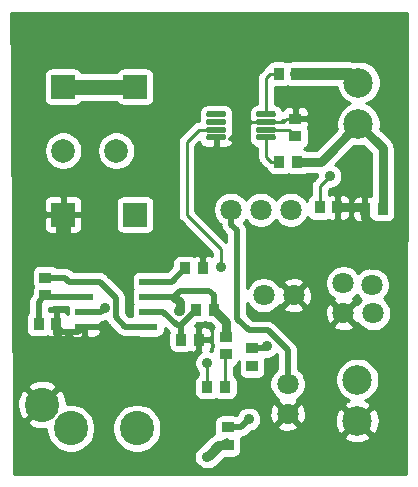
<source format=gbr>
G04 #@! TF.GenerationSoftware,KiCad,Pcbnew,5.1.5-52549c5~86~ubuntu18.04.1*
G04 #@! TF.CreationDate,2020-08-23T11:51:57-07:00*
G04 #@! TF.ProjectId,heat2sound_rx_rev01,68656174-3273-46f7-956e-645f72785f72,rev?*
G04 #@! TF.SameCoordinates,Original*
G04 #@! TF.FileFunction,Copper,L1,Top*
G04 #@! TF.FilePolarity,Positive*
%FSLAX46Y46*%
G04 Gerber Fmt 4.6, Leading zero omitted, Abs format (unit mm)*
G04 Created by KiCad (PCBNEW 5.1.5-52549c5~86~ubuntu18.04.1) date 2020-08-23 11:51:57*
%MOMM*%
%LPD*%
G04 APERTURE LIST*
%ADD10C,1.800000*%
%ADD11C,2.900000*%
%ADD12R,0.900000X1.000000*%
%ADD13R,0.899160X1.000760*%
%ADD14R,1.000760X0.899160*%
%ADD15R,1.000000X0.900000*%
%ADD16C,1.998980*%
%ADD17R,1.998980X1.998980*%
%ADD18C,2.500000*%
%ADD19R,1.550000X0.600000*%
%ADD20C,0.100000*%
%ADD21C,0.889000*%
%ADD22C,0.508000*%
%ADD23C,0.254000*%
%ADD24C,1.270000*%
%ADD25C,0.762000*%
%ADD26C,1.016000*%
G04 APERTURE END LIST*
D10*
X176009840Y-121000000D03*
X173469840Y-121000000D03*
X175500000Y-128490160D03*
X175500000Y-131030160D03*
D11*
X162750000Y-132250000D03*
X157150000Y-132250000D03*
X154700000Y-130250000D03*
D12*
X166828160Y-118700000D03*
D13*
X168331840Y-118700000D03*
D14*
X170250000Y-124498160D03*
D15*
X170250000Y-126001840D03*
D14*
X170430000Y-133670000D03*
D15*
X170430000Y-132166320D03*
X176170000Y-107541840D03*
D14*
X176170000Y-106038160D03*
D13*
X182050000Y-113690000D03*
D12*
X183553680Y-113690000D03*
X178218160Y-113560000D03*
D13*
X179721840Y-113560000D03*
X176313680Y-109700000D03*
X174810000Y-109700000D03*
X174750000Y-102250000D03*
X176253680Y-102250000D03*
D16*
X161000760Y-108750000D03*
D17*
X156499880Y-103339800D03*
X162600960Y-103339800D03*
X156499880Y-114165280D03*
X162600960Y-114165280D03*
D16*
X156499880Y-108750000D03*
D10*
X175790000Y-113750000D03*
X173250000Y-113750000D03*
X170710000Y-113750000D03*
D18*
X181400000Y-128149940D03*
X181400000Y-131650060D03*
X181500000Y-102999940D03*
X181500000Y-106500060D03*
D13*
X155921840Y-123430000D03*
X154418160Y-123430000D03*
D14*
X155000000Y-121001840D03*
X155000000Y-119498160D03*
D13*
X168001840Y-124750000D03*
X166498160Y-124750000D03*
X169253680Y-122250000D03*
X167750000Y-122250000D03*
D14*
X172500000Y-127000000D03*
X172500000Y-125496320D03*
D13*
X168690000Y-128750000D03*
X170193680Y-128750000D03*
D19*
X158300000Y-119845000D03*
X158300000Y-121115000D03*
X158300000Y-122385000D03*
X158300000Y-123655000D03*
X163700000Y-123655000D03*
X163700000Y-122385000D03*
X163700000Y-121115000D03*
X163700000Y-119845000D03*
G04 #@! TA.AperFunction,SMDPad,CuDef*
D20*
G36*
X170147252Y-105425602D02*
G01*
X170159386Y-105427402D01*
X170171286Y-105430382D01*
X170182835Y-105434515D01*
X170193925Y-105439760D01*
X170204446Y-105446066D01*
X170214299Y-105453374D01*
X170223388Y-105461612D01*
X170231626Y-105470701D01*
X170238934Y-105480554D01*
X170245240Y-105491075D01*
X170250485Y-105502165D01*
X170254618Y-105513714D01*
X170257598Y-105525614D01*
X170259398Y-105537748D01*
X170260000Y-105550000D01*
X170260000Y-105800000D01*
X170259398Y-105812252D01*
X170257598Y-105824386D01*
X170254618Y-105836286D01*
X170250485Y-105847835D01*
X170245240Y-105858925D01*
X170238934Y-105869446D01*
X170231626Y-105879299D01*
X170223388Y-105888388D01*
X170214299Y-105896626D01*
X170204446Y-105903934D01*
X170193925Y-105910240D01*
X170182835Y-105915485D01*
X170171286Y-105919618D01*
X170159386Y-105922598D01*
X170147252Y-105924398D01*
X170135000Y-105925000D01*
X168760000Y-105925000D01*
X168747748Y-105924398D01*
X168735614Y-105922598D01*
X168723714Y-105919618D01*
X168712165Y-105915485D01*
X168701075Y-105910240D01*
X168690554Y-105903934D01*
X168680701Y-105896626D01*
X168671612Y-105888388D01*
X168663374Y-105879299D01*
X168656066Y-105869446D01*
X168649760Y-105858925D01*
X168644515Y-105847835D01*
X168640382Y-105836286D01*
X168637402Y-105824386D01*
X168635602Y-105812252D01*
X168635000Y-105800000D01*
X168635000Y-105550000D01*
X168635602Y-105537748D01*
X168637402Y-105525614D01*
X168640382Y-105513714D01*
X168644515Y-105502165D01*
X168649760Y-105491075D01*
X168656066Y-105480554D01*
X168663374Y-105470701D01*
X168671612Y-105461612D01*
X168680701Y-105453374D01*
X168690554Y-105446066D01*
X168701075Y-105439760D01*
X168712165Y-105434515D01*
X168723714Y-105430382D01*
X168735614Y-105427402D01*
X168747748Y-105425602D01*
X168760000Y-105425000D01*
X170135000Y-105425000D01*
X170147252Y-105425602D01*
G37*
G04 #@! TD.AperFunction*
G04 #@! TA.AperFunction,SMDPad,CuDef*
G36*
X170147252Y-106075602D02*
G01*
X170159386Y-106077402D01*
X170171286Y-106080382D01*
X170182835Y-106084515D01*
X170193925Y-106089760D01*
X170204446Y-106096066D01*
X170214299Y-106103374D01*
X170223388Y-106111612D01*
X170231626Y-106120701D01*
X170238934Y-106130554D01*
X170245240Y-106141075D01*
X170250485Y-106152165D01*
X170254618Y-106163714D01*
X170257598Y-106175614D01*
X170259398Y-106187748D01*
X170260000Y-106200000D01*
X170260000Y-106450000D01*
X170259398Y-106462252D01*
X170257598Y-106474386D01*
X170254618Y-106486286D01*
X170250485Y-106497835D01*
X170245240Y-106508925D01*
X170238934Y-106519446D01*
X170231626Y-106529299D01*
X170223388Y-106538388D01*
X170214299Y-106546626D01*
X170204446Y-106553934D01*
X170193925Y-106560240D01*
X170182835Y-106565485D01*
X170171286Y-106569618D01*
X170159386Y-106572598D01*
X170147252Y-106574398D01*
X170135000Y-106575000D01*
X168760000Y-106575000D01*
X168747748Y-106574398D01*
X168735614Y-106572598D01*
X168723714Y-106569618D01*
X168712165Y-106565485D01*
X168701075Y-106560240D01*
X168690554Y-106553934D01*
X168680701Y-106546626D01*
X168671612Y-106538388D01*
X168663374Y-106529299D01*
X168656066Y-106519446D01*
X168649760Y-106508925D01*
X168644515Y-106497835D01*
X168640382Y-106486286D01*
X168637402Y-106474386D01*
X168635602Y-106462252D01*
X168635000Y-106450000D01*
X168635000Y-106200000D01*
X168635602Y-106187748D01*
X168637402Y-106175614D01*
X168640382Y-106163714D01*
X168644515Y-106152165D01*
X168649760Y-106141075D01*
X168656066Y-106130554D01*
X168663374Y-106120701D01*
X168671612Y-106111612D01*
X168680701Y-106103374D01*
X168690554Y-106096066D01*
X168701075Y-106089760D01*
X168712165Y-106084515D01*
X168723714Y-106080382D01*
X168735614Y-106077402D01*
X168747748Y-106075602D01*
X168760000Y-106075000D01*
X170135000Y-106075000D01*
X170147252Y-106075602D01*
G37*
G04 #@! TD.AperFunction*
G04 #@! TA.AperFunction,SMDPad,CuDef*
G36*
X170147252Y-106725602D02*
G01*
X170159386Y-106727402D01*
X170171286Y-106730382D01*
X170182835Y-106734515D01*
X170193925Y-106739760D01*
X170204446Y-106746066D01*
X170214299Y-106753374D01*
X170223388Y-106761612D01*
X170231626Y-106770701D01*
X170238934Y-106780554D01*
X170245240Y-106791075D01*
X170250485Y-106802165D01*
X170254618Y-106813714D01*
X170257598Y-106825614D01*
X170259398Y-106837748D01*
X170260000Y-106850000D01*
X170260000Y-107100000D01*
X170259398Y-107112252D01*
X170257598Y-107124386D01*
X170254618Y-107136286D01*
X170250485Y-107147835D01*
X170245240Y-107158925D01*
X170238934Y-107169446D01*
X170231626Y-107179299D01*
X170223388Y-107188388D01*
X170214299Y-107196626D01*
X170204446Y-107203934D01*
X170193925Y-107210240D01*
X170182835Y-107215485D01*
X170171286Y-107219618D01*
X170159386Y-107222598D01*
X170147252Y-107224398D01*
X170135000Y-107225000D01*
X168760000Y-107225000D01*
X168747748Y-107224398D01*
X168735614Y-107222598D01*
X168723714Y-107219618D01*
X168712165Y-107215485D01*
X168701075Y-107210240D01*
X168690554Y-107203934D01*
X168680701Y-107196626D01*
X168671612Y-107188388D01*
X168663374Y-107179299D01*
X168656066Y-107169446D01*
X168649760Y-107158925D01*
X168644515Y-107147835D01*
X168640382Y-107136286D01*
X168637402Y-107124386D01*
X168635602Y-107112252D01*
X168635000Y-107100000D01*
X168635000Y-106850000D01*
X168635602Y-106837748D01*
X168637402Y-106825614D01*
X168640382Y-106813714D01*
X168644515Y-106802165D01*
X168649760Y-106791075D01*
X168656066Y-106780554D01*
X168663374Y-106770701D01*
X168671612Y-106761612D01*
X168680701Y-106753374D01*
X168690554Y-106746066D01*
X168701075Y-106739760D01*
X168712165Y-106734515D01*
X168723714Y-106730382D01*
X168735614Y-106727402D01*
X168747748Y-106725602D01*
X168760000Y-106725000D01*
X170135000Y-106725000D01*
X170147252Y-106725602D01*
G37*
G04 #@! TD.AperFunction*
G04 #@! TA.AperFunction,SMDPad,CuDef*
G36*
X170147252Y-107375602D02*
G01*
X170159386Y-107377402D01*
X170171286Y-107380382D01*
X170182835Y-107384515D01*
X170193925Y-107389760D01*
X170204446Y-107396066D01*
X170214299Y-107403374D01*
X170223388Y-107411612D01*
X170231626Y-107420701D01*
X170238934Y-107430554D01*
X170245240Y-107441075D01*
X170250485Y-107452165D01*
X170254618Y-107463714D01*
X170257598Y-107475614D01*
X170259398Y-107487748D01*
X170260000Y-107500000D01*
X170260000Y-107750000D01*
X170259398Y-107762252D01*
X170257598Y-107774386D01*
X170254618Y-107786286D01*
X170250485Y-107797835D01*
X170245240Y-107808925D01*
X170238934Y-107819446D01*
X170231626Y-107829299D01*
X170223388Y-107838388D01*
X170214299Y-107846626D01*
X170204446Y-107853934D01*
X170193925Y-107860240D01*
X170182835Y-107865485D01*
X170171286Y-107869618D01*
X170159386Y-107872598D01*
X170147252Y-107874398D01*
X170135000Y-107875000D01*
X168760000Y-107875000D01*
X168747748Y-107874398D01*
X168735614Y-107872598D01*
X168723714Y-107869618D01*
X168712165Y-107865485D01*
X168701075Y-107860240D01*
X168690554Y-107853934D01*
X168680701Y-107846626D01*
X168671612Y-107838388D01*
X168663374Y-107829299D01*
X168656066Y-107819446D01*
X168649760Y-107808925D01*
X168644515Y-107797835D01*
X168640382Y-107786286D01*
X168637402Y-107774386D01*
X168635602Y-107762252D01*
X168635000Y-107750000D01*
X168635000Y-107500000D01*
X168635602Y-107487748D01*
X168637402Y-107475614D01*
X168640382Y-107463714D01*
X168644515Y-107452165D01*
X168649760Y-107441075D01*
X168656066Y-107430554D01*
X168663374Y-107420701D01*
X168671612Y-107411612D01*
X168680701Y-107403374D01*
X168690554Y-107396066D01*
X168701075Y-107389760D01*
X168712165Y-107384515D01*
X168723714Y-107380382D01*
X168735614Y-107377402D01*
X168747748Y-107375602D01*
X168760000Y-107375000D01*
X170135000Y-107375000D01*
X170147252Y-107375602D01*
G37*
G04 #@! TD.AperFunction*
G04 #@! TA.AperFunction,SMDPad,CuDef*
G36*
X174372252Y-107375602D02*
G01*
X174384386Y-107377402D01*
X174396286Y-107380382D01*
X174407835Y-107384515D01*
X174418925Y-107389760D01*
X174429446Y-107396066D01*
X174439299Y-107403374D01*
X174448388Y-107411612D01*
X174456626Y-107420701D01*
X174463934Y-107430554D01*
X174470240Y-107441075D01*
X174475485Y-107452165D01*
X174479618Y-107463714D01*
X174482598Y-107475614D01*
X174484398Y-107487748D01*
X174485000Y-107500000D01*
X174485000Y-107750000D01*
X174484398Y-107762252D01*
X174482598Y-107774386D01*
X174479618Y-107786286D01*
X174475485Y-107797835D01*
X174470240Y-107808925D01*
X174463934Y-107819446D01*
X174456626Y-107829299D01*
X174448388Y-107838388D01*
X174439299Y-107846626D01*
X174429446Y-107853934D01*
X174418925Y-107860240D01*
X174407835Y-107865485D01*
X174396286Y-107869618D01*
X174384386Y-107872598D01*
X174372252Y-107874398D01*
X174360000Y-107875000D01*
X172985000Y-107875000D01*
X172972748Y-107874398D01*
X172960614Y-107872598D01*
X172948714Y-107869618D01*
X172937165Y-107865485D01*
X172926075Y-107860240D01*
X172915554Y-107853934D01*
X172905701Y-107846626D01*
X172896612Y-107838388D01*
X172888374Y-107829299D01*
X172881066Y-107819446D01*
X172874760Y-107808925D01*
X172869515Y-107797835D01*
X172865382Y-107786286D01*
X172862402Y-107774386D01*
X172860602Y-107762252D01*
X172860000Y-107750000D01*
X172860000Y-107500000D01*
X172860602Y-107487748D01*
X172862402Y-107475614D01*
X172865382Y-107463714D01*
X172869515Y-107452165D01*
X172874760Y-107441075D01*
X172881066Y-107430554D01*
X172888374Y-107420701D01*
X172896612Y-107411612D01*
X172905701Y-107403374D01*
X172915554Y-107396066D01*
X172926075Y-107389760D01*
X172937165Y-107384515D01*
X172948714Y-107380382D01*
X172960614Y-107377402D01*
X172972748Y-107375602D01*
X172985000Y-107375000D01*
X174360000Y-107375000D01*
X174372252Y-107375602D01*
G37*
G04 #@! TD.AperFunction*
G04 #@! TA.AperFunction,SMDPad,CuDef*
G36*
X174372252Y-106725602D02*
G01*
X174384386Y-106727402D01*
X174396286Y-106730382D01*
X174407835Y-106734515D01*
X174418925Y-106739760D01*
X174429446Y-106746066D01*
X174439299Y-106753374D01*
X174448388Y-106761612D01*
X174456626Y-106770701D01*
X174463934Y-106780554D01*
X174470240Y-106791075D01*
X174475485Y-106802165D01*
X174479618Y-106813714D01*
X174482598Y-106825614D01*
X174484398Y-106837748D01*
X174485000Y-106850000D01*
X174485000Y-107100000D01*
X174484398Y-107112252D01*
X174482598Y-107124386D01*
X174479618Y-107136286D01*
X174475485Y-107147835D01*
X174470240Y-107158925D01*
X174463934Y-107169446D01*
X174456626Y-107179299D01*
X174448388Y-107188388D01*
X174439299Y-107196626D01*
X174429446Y-107203934D01*
X174418925Y-107210240D01*
X174407835Y-107215485D01*
X174396286Y-107219618D01*
X174384386Y-107222598D01*
X174372252Y-107224398D01*
X174360000Y-107225000D01*
X172985000Y-107225000D01*
X172972748Y-107224398D01*
X172960614Y-107222598D01*
X172948714Y-107219618D01*
X172937165Y-107215485D01*
X172926075Y-107210240D01*
X172915554Y-107203934D01*
X172905701Y-107196626D01*
X172896612Y-107188388D01*
X172888374Y-107179299D01*
X172881066Y-107169446D01*
X172874760Y-107158925D01*
X172869515Y-107147835D01*
X172865382Y-107136286D01*
X172862402Y-107124386D01*
X172860602Y-107112252D01*
X172860000Y-107100000D01*
X172860000Y-106850000D01*
X172860602Y-106837748D01*
X172862402Y-106825614D01*
X172865382Y-106813714D01*
X172869515Y-106802165D01*
X172874760Y-106791075D01*
X172881066Y-106780554D01*
X172888374Y-106770701D01*
X172896612Y-106761612D01*
X172905701Y-106753374D01*
X172915554Y-106746066D01*
X172926075Y-106739760D01*
X172937165Y-106734515D01*
X172948714Y-106730382D01*
X172960614Y-106727402D01*
X172972748Y-106725602D01*
X172985000Y-106725000D01*
X174360000Y-106725000D01*
X174372252Y-106725602D01*
G37*
G04 #@! TD.AperFunction*
G04 #@! TA.AperFunction,SMDPad,CuDef*
G36*
X174372252Y-106075602D02*
G01*
X174384386Y-106077402D01*
X174396286Y-106080382D01*
X174407835Y-106084515D01*
X174418925Y-106089760D01*
X174429446Y-106096066D01*
X174439299Y-106103374D01*
X174448388Y-106111612D01*
X174456626Y-106120701D01*
X174463934Y-106130554D01*
X174470240Y-106141075D01*
X174475485Y-106152165D01*
X174479618Y-106163714D01*
X174482598Y-106175614D01*
X174484398Y-106187748D01*
X174485000Y-106200000D01*
X174485000Y-106450000D01*
X174484398Y-106462252D01*
X174482598Y-106474386D01*
X174479618Y-106486286D01*
X174475485Y-106497835D01*
X174470240Y-106508925D01*
X174463934Y-106519446D01*
X174456626Y-106529299D01*
X174448388Y-106538388D01*
X174439299Y-106546626D01*
X174429446Y-106553934D01*
X174418925Y-106560240D01*
X174407835Y-106565485D01*
X174396286Y-106569618D01*
X174384386Y-106572598D01*
X174372252Y-106574398D01*
X174360000Y-106575000D01*
X172985000Y-106575000D01*
X172972748Y-106574398D01*
X172960614Y-106572598D01*
X172948714Y-106569618D01*
X172937165Y-106565485D01*
X172926075Y-106560240D01*
X172915554Y-106553934D01*
X172905701Y-106546626D01*
X172896612Y-106538388D01*
X172888374Y-106529299D01*
X172881066Y-106519446D01*
X172874760Y-106508925D01*
X172869515Y-106497835D01*
X172865382Y-106486286D01*
X172862402Y-106474386D01*
X172860602Y-106462252D01*
X172860000Y-106450000D01*
X172860000Y-106200000D01*
X172860602Y-106187748D01*
X172862402Y-106175614D01*
X172865382Y-106163714D01*
X172869515Y-106152165D01*
X172874760Y-106141075D01*
X172881066Y-106130554D01*
X172888374Y-106120701D01*
X172896612Y-106111612D01*
X172905701Y-106103374D01*
X172915554Y-106096066D01*
X172926075Y-106089760D01*
X172937165Y-106084515D01*
X172948714Y-106080382D01*
X172960614Y-106077402D01*
X172972748Y-106075602D01*
X172985000Y-106075000D01*
X174360000Y-106075000D01*
X174372252Y-106075602D01*
G37*
G04 #@! TD.AperFunction*
G04 #@! TA.AperFunction,SMDPad,CuDef*
G36*
X174372252Y-105425602D02*
G01*
X174384386Y-105427402D01*
X174396286Y-105430382D01*
X174407835Y-105434515D01*
X174418925Y-105439760D01*
X174429446Y-105446066D01*
X174439299Y-105453374D01*
X174448388Y-105461612D01*
X174456626Y-105470701D01*
X174463934Y-105480554D01*
X174470240Y-105491075D01*
X174475485Y-105502165D01*
X174479618Y-105513714D01*
X174482598Y-105525614D01*
X174484398Y-105537748D01*
X174485000Y-105550000D01*
X174485000Y-105800000D01*
X174484398Y-105812252D01*
X174482598Y-105824386D01*
X174479618Y-105836286D01*
X174475485Y-105847835D01*
X174470240Y-105858925D01*
X174463934Y-105869446D01*
X174456626Y-105879299D01*
X174448388Y-105888388D01*
X174439299Y-105896626D01*
X174429446Y-105903934D01*
X174418925Y-105910240D01*
X174407835Y-105915485D01*
X174396286Y-105919618D01*
X174384386Y-105922598D01*
X174372252Y-105924398D01*
X174360000Y-105925000D01*
X172985000Y-105925000D01*
X172972748Y-105924398D01*
X172960614Y-105922598D01*
X172948714Y-105919618D01*
X172937165Y-105915485D01*
X172926075Y-105910240D01*
X172915554Y-105903934D01*
X172905701Y-105896626D01*
X172896612Y-105888388D01*
X172888374Y-105879299D01*
X172881066Y-105869446D01*
X172874760Y-105858925D01*
X172869515Y-105847835D01*
X172865382Y-105836286D01*
X172862402Y-105824386D01*
X172860602Y-105812252D01*
X172860000Y-105800000D01*
X172860000Y-105550000D01*
X172860602Y-105537748D01*
X172862402Y-105525614D01*
X172865382Y-105513714D01*
X172869515Y-105502165D01*
X172874760Y-105491075D01*
X172881066Y-105480554D01*
X172888374Y-105470701D01*
X172896612Y-105461612D01*
X172905701Y-105453374D01*
X172915554Y-105446066D01*
X172926075Y-105439760D01*
X172937165Y-105434515D01*
X172948714Y-105430382D01*
X172960614Y-105427402D01*
X172972748Y-105425602D01*
X172985000Y-105425000D01*
X174360000Y-105425000D01*
X174372252Y-105425602D01*
G37*
G04 #@! TD.AperFunction*
D10*
X182770000Y-122520000D03*
X180230000Y-122520000D03*
X180230000Y-119980000D03*
X182627000Y-120123000D03*
D21*
X156760000Y-125130000D03*
X169270000Y-109100000D03*
X171610000Y-106690000D03*
X164390000Y-116630000D03*
X156510000Y-116840000D03*
X183730000Y-116160000D03*
X162890000Y-126800000D03*
X166313271Y-122339689D03*
X168650000Y-134660000D03*
X172200000Y-131500000D03*
X173770000Y-125290000D03*
X179080000Y-110920000D03*
X160007500Y-122070000D03*
X168670000Y-126730000D03*
X169840000Y-118580000D03*
D22*
X155921840Y-123430000D02*
X155921840Y-123581840D01*
X155921840Y-123581840D02*
X156430000Y-124090000D01*
X156430000Y-124090000D02*
X157720000Y-124090000D01*
X158155000Y-123655000D02*
X157720000Y-124090000D01*
X158300000Y-123655000D02*
X158155000Y-123655000D01*
X155921840Y-123430000D02*
X155921840Y-124291840D01*
X155921840Y-124291840D02*
X156760000Y-125130000D01*
D23*
X169447500Y-107625000D02*
X169447500Y-108922500D01*
X169447500Y-108922500D02*
X169270000Y-109100000D01*
X173672500Y-106325000D02*
X171975000Y-106325000D01*
X171975000Y-106325000D02*
X171610000Y-106690000D01*
X175415620Y-106038160D02*
X176170000Y-106038160D01*
X175147770Y-106306010D02*
X175415620Y-106038160D01*
X174213990Y-106306010D02*
X175147770Y-106306010D01*
X174195000Y-106325000D02*
X174213990Y-106306010D01*
X173672500Y-106325000D02*
X174195000Y-106325000D01*
D24*
X182627000Y-118157000D02*
X181380000Y-116910000D01*
X181380000Y-116910000D02*
X174970000Y-116910000D01*
X174970000Y-116910000D02*
X173480000Y-118400000D01*
D22*
X167270220Y-116630000D02*
X164390000Y-116630000D01*
X168331840Y-118700000D02*
X168331840Y-117691620D01*
X168331840Y-117691620D02*
X167270220Y-116630000D01*
D24*
X156499880Y-114165280D02*
X156499880Y-116829880D01*
X156499880Y-116829880D02*
X156510000Y-116840000D01*
D25*
X181920000Y-113560000D02*
X182050000Y-113690000D01*
X179721840Y-113560000D02*
X181920000Y-113560000D01*
X182050000Y-113690000D02*
X182050000Y-114480000D01*
X182050000Y-114480000D02*
X183730000Y-116160000D01*
D24*
X182627000Y-117263000D02*
X183730000Y-116160000D01*
D22*
X168001840Y-125758380D02*
X168001840Y-124750000D01*
X164970000Y-126810000D02*
X166950220Y-126810000D01*
X166950220Y-126810000D02*
X168001840Y-125758380D01*
X162890000Y-126800000D02*
X164970000Y-126810000D01*
X165683160Y-119845000D02*
X166828160Y-118700000D01*
X163700000Y-119845000D02*
X165683160Y-119845000D01*
X163700000Y-121115000D02*
X165915000Y-121115000D01*
X165915000Y-121115000D02*
X166410000Y-120620000D01*
X166410000Y-120620000D02*
X168870000Y-120620000D01*
X169253680Y-121003680D02*
X169253680Y-122250000D01*
X168870000Y-120620000D02*
X169253680Y-121003680D01*
D25*
X170250000Y-123246320D02*
X169253680Y-122250000D01*
X170250000Y-124498160D02*
X170250000Y-123246320D01*
X166362960Y-121562960D02*
X165915000Y-121115000D01*
X166362960Y-122290000D02*
X166362960Y-121562960D01*
X166313271Y-122339689D02*
X166362960Y-122290000D01*
D23*
X170193680Y-126058160D02*
X170250000Y-126001840D01*
X170193680Y-128750000D02*
X170193680Y-126058160D01*
D22*
X170430000Y-133670000D02*
X170430000Y-133880000D01*
X170380000Y-133320000D02*
X168900000Y-134800000D01*
D25*
X169640000Y-133670000D02*
X168650000Y-134660000D01*
X170430000Y-133670000D02*
X169640000Y-133670000D01*
D22*
X170430000Y-132166320D02*
X171533680Y-132166320D01*
X171533680Y-132166320D02*
X172200000Y-131500000D01*
X172500000Y-125496320D02*
X173563680Y-125496320D01*
X173563680Y-125496320D02*
X173770000Y-125290000D01*
D23*
X175603160Y-106975000D02*
X176170000Y-107541840D01*
X173672500Y-106975000D02*
X175603160Y-106975000D01*
D25*
X178300060Y-109700000D02*
X181500000Y-106500060D01*
X176313680Y-109700000D02*
X178300060Y-109700000D01*
X183553680Y-108553740D02*
X181500000Y-106500060D01*
X183553680Y-113690000D02*
X183553680Y-108553740D01*
D23*
X178218160Y-113560000D02*
X178218160Y-111781840D01*
X178218160Y-111781840D02*
X179080000Y-110920000D01*
D25*
X176253680Y-102250000D02*
X177749940Y-102250000D01*
D26*
X180750060Y-102250000D02*
X181500000Y-102999940D01*
X176253680Y-102250000D02*
X180750060Y-102250000D01*
D23*
X173672500Y-109266080D02*
X174106420Y-109700000D01*
X174106420Y-109700000D02*
X174810000Y-109700000D01*
X173672500Y-107625000D02*
X173672500Y-109266080D01*
X174046420Y-102250000D02*
X174750000Y-102250000D01*
X173672500Y-102623920D02*
X174046420Y-102250000D01*
X173672500Y-105675000D02*
X173672500Y-102623920D01*
D22*
X170710000Y-115022792D02*
X171200000Y-115512792D01*
X170710000Y-113750000D02*
X170710000Y-115022792D01*
X171200000Y-115512792D02*
X171200000Y-122980000D01*
X171200000Y-122980000D02*
X172200000Y-123980000D01*
X172200000Y-123980000D02*
X173810000Y-123980000D01*
X175500000Y-125670000D02*
X175500000Y-127999940D01*
X173810000Y-123980000D02*
X175500000Y-125670000D01*
D24*
X156499880Y-103339800D02*
X162600960Y-103339800D01*
D22*
X158300000Y-122385000D02*
X159692500Y-122385000D01*
X159692500Y-122385000D02*
X160007500Y-122070000D01*
X155113160Y-121115000D02*
X155000000Y-121001840D01*
X158300000Y-121115000D02*
X155113160Y-121115000D01*
X154418160Y-121583680D02*
X154418160Y-123430000D01*
X155000000Y-121001840D02*
X154418160Y-121583680D01*
X156670160Y-119498160D02*
X155000000Y-119498160D01*
X158300000Y-119845000D02*
X157017000Y-119845000D01*
X157017000Y-119845000D02*
X156670160Y-119498160D01*
X159583000Y-119845000D02*
X160960000Y-121222000D01*
X158300000Y-119845000D02*
X159583000Y-119845000D01*
X160960000Y-121222000D02*
X160960000Y-122870000D01*
X161745000Y-123655000D02*
X163700000Y-123655000D01*
X160960000Y-122870000D02*
X161745000Y-123655000D01*
X164983000Y-122385000D02*
X166150000Y-123552000D01*
X163700000Y-122385000D02*
X164983000Y-122385000D01*
X166498160Y-123741620D02*
X166498160Y-124750000D01*
X166308540Y-123552000D02*
X166498160Y-123741620D01*
X166150000Y-123552000D02*
X166308540Y-123552000D01*
X166498160Y-123501840D02*
X166498160Y-124750000D01*
X167750000Y-122250000D02*
X166498160Y-123501840D01*
D23*
X168690000Y-128750000D02*
X168690000Y-126750000D01*
X168690000Y-126750000D02*
X168670000Y-126730000D01*
X168005000Y-106975000D02*
X169447500Y-106975000D01*
X166950000Y-108030000D02*
X168005000Y-106975000D01*
X166950000Y-114180000D02*
X166950000Y-108030000D01*
X169840000Y-118580000D02*
X169840000Y-117070000D01*
X169840000Y-117070000D02*
X166950000Y-114180000D01*
G36*
X185498404Y-136123000D02*
G01*
X152376193Y-136123000D01*
X152366203Y-134554466D01*
X167578500Y-134554466D01*
X167578500Y-134765534D01*
X167619677Y-134972545D01*
X167700449Y-135167546D01*
X167817711Y-135343042D01*
X167966958Y-135492289D01*
X168142454Y-135609551D01*
X168337455Y-135690323D01*
X168544466Y-135731500D01*
X168755534Y-135731500D01*
X168962545Y-135690323D01*
X168998088Y-135675601D01*
X169072705Y-135668251D01*
X169238774Y-135617875D01*
X169391825Y-135536068D01*
X169492362Y-135453559D01*
X170196308Y-134749613D01*
X170271113Y-134749613D01*
X170430000Y-134765262D01*
X170588887Y-134749613D01*
X170930380Y-134749613D01*
X171053293Y-134737507D01*
X171171483Y-134701655D01*
X171280408Y-134643433D01*
X171375881Y-134565081D01*
X171454233Y-134469608D01*
X171512455Y-134360683D01*
X171548307Y-134242493D01*
X171560413Y-134119580D01*
X171560413Y-133220420D01*
X171548307Y-133097507D01*
X171534356Y-133051515D01*
X171576950Y-133047320D01*
X171576953Y-133047320D01*
X171706386Y-133034572D01*
X171872455Y-132984195D01*
X171910863Y-132963665D01*
X180266000Y-132963665D01*
X180391914Y-133253637D01*
X180724126Y-133419493D01*
X181082312Y-133517350D01*
X181452706Y-133543449D01*
X181821075Y-133496785D01*
X182173262Y-133379154D01*
X182408086Y-133253637D01*
X182534000Y-132963665D01*
X181400000Y-131829665D01*
X180266000Y-132963665D01*
X171910863Y-132963665D01*
X172025505Y-132902388D01*
X172159655Y-132792295D01*
X172187245Y-132758676D01*
X172391526Y-132554395D01*
X172512545Y-132530323D01*
X172707546Y-132449551D01*
X172883042Y-132332289D01*
X173032289Y-132183042D01*
X173091624Y-132094240D01*
X174615525Y-132094240D01*
X174699208Y-132348421D01*
X174971775Y-132479318D01*
X175264642Y-132554525D01*
X175566553Y-132571151D01*
X175865907Y-132528557D01*
X176151199Y-132428382D01*
X176300792Y-132348421D01*
X176384475Y-132094240D01*
X175500000Y-131209765D01*
X174615525Y-132094240D01*
X173091624Y-132094240D01*
X173149551Y-132007546D01*
X173230323Y-131812545D01*
X173271500Y-131605534D01*
X173271500Y-131394466D01*
X173230323Y-131187455D01*
X173192737Y-131096713D01*
X173959009Y-131096713D01*
X174001603Y-131396067D01*
X174101778Y-131681359D01*
X174181739Y-131830952D01*
X174435920Y-131914635D01*
X175320395Y-131030160D01*
X175679605Y-131030160D01*
X176564080Y-131914635D01*
X176818261Y-131830952D01*
X176879820Y-131702766D01*
X179506611Y-131702766D01*
X179553275Y-132071135D01*
X179670906Y-132423322D01*
X179796423Y-132658146D01*
X180086395Y-132784060D01*
X181220395Y-131650060D01*
X181579605Y-131650060D01*
X182713605Y-132784060D01*
X183003577Y-132658146D01*
X183169433Y-132325934D01*
X183267290Y-131967748D01*
X183293389Y-131597354D01*
X183246725Y-131228985D01*
X183129094Y-130876798D01*
X183003577Y-130641974D01*
X182713605Y-130516060D01*
X181579605Y-131650060D01*
X181220395Y-131650060D01*
X180086395Y-130516060D01*
X179796423Y-130641974D01*
X179630567Y-130974186D01*
X179532710Y-131332372D01*
X179506611Y-131702766D01*
X176879820Y-131702766D01*
X176949158Y-131558385D01*
X177024365Y-131265518D01*
X177040991Y-130963607D01*
X176998397Y-130664253D01*
X176898222Y-130378961D01*
X176818261Y-130229368D01*
X176564080Y-130145685D01*
X175679605Y-131030160D01*
X175320395Y-131030160D01*
X174435920Y-130145685D01*
X174181739Y-130229368D01*
X174050842Y-130501935D01*
X173975635Y-130794802D01*
X173959009Y-131096713D01*
X173192737Y-131096713D01*
X173149551Y-130992454D01*
X173032289Y-130816958D01*
X172883042Y-130667711D01*
X172707546Y-130550449D01*
X172512545Y-130469677D01*
X172305534Y-130428500D01*
X172094466Y-130428500D01*
X171887455Y-130469677D01*
X171692454Y-130550449D01*
X171516958Y-130667711D01*
X171367711Y-130816958D01*
X171250449Y-130992454D01*
X171187981Y-131143266D01*
X171171103Y-131134245D01*
X171052913Y-131098393D01*
X170930000Y-131086287D01*
X169930000Y-131086287D01*
X169807087Y-131098393D01*
X169688897Y-131134245D01*
X169579972Y-131192467D01*
X169484499Y-131270819D01*
X169406147Y-131366292D01*
X169347925Y-131475217D01*
X169312073Y-131593407D01*
X169299967Y-131716320D01*
X169299967Y-132616320D01*
X169309862Y-132716789D01*
X169252389Y-132734224D01*
X169176254Y-132774919D01*
X169077275Y-132827824D01*
X168986419Y-132902388D01*
X168923788Y-132953788D01*
X168892224Y-132992249D01*
X168196347Y-133688126D01*
X168142454Y-133710449D01*
X167966958Y-133827711D01*
X167817711Y-133976958D01*
X167700449Y-134152454D01*
X167619677Y-134347455D01*
X167578500Y-134554466D01*
X152366203Y-134554466D01*
X152348060Y-131706052D01*
X153423553Y-131706052D01*
X153573548Y-132016493D01*
X153939819Y-132202311D01*
X154335303Y-132313101D01*
X154744801Y-132344609D01*
X155073000Y-132305181D01*
X155073000Y-132454567D01*
X155152818Y-132855839D01*
X155309386Y-133233829D01*
X155536689Y-133574011D01*
X155825989Y-133863311D01*
X156166171Y-134090614D01*
X156544161Y-134247182D01*
X156945433Y-134327000D01*
X157354567Y-134327000D01*
X157755839Y-134247182D01*
X158133829Y-134090614D01*
X158474011Y-133863311D01*
X158763311Y-133574011D01*
X158990614Y-133233829D01*
X159147182Y-132855839D01*
X159227000Y-132454567D01*
X159227000Y-132045433D01*
X160673000Y-132045433D01*
X160673000Y-132454567D01*
X160752818Y-132855839D01*
X160909386Y-133233829D01*
X161136689Y-133574011D01*
X161425989Y-133863311D01*
X161766171Y-134090614D01*
X162144161Y-134247182D01*
X162545433Y-134327000D01*
X162954567Y-134327000D01*
X163355839Y-134247182D01*
X163733829Y-134090614D01*
X164074011Y-133863311D01*
X164363311Y-133574011D01*
X164590614Y-133233829D01*
X164747182Y-132855839D01*
X164827000Y-132454567D01*
X164827000Y-132045433D01*
X164747182Y-131644161D01*
X164590614Y-131266171D01*
X164363311Y-130925989D01*
X164074011Y-130636689D01*
X163733829Y-130409386D01*
X163355839Y-130252818D01*
X162954567Y-130173000D01*
X162545433Y-130173000D01*
X162144161Y-130252818D01*
X161766171Y-130409386D01*
X161425989Y-130636689D01*
X161136689Y-130925989D01*
X160909386Y-131266171D01*
X160752818Y-131644161D01*
X160673000Y-132045433D01*
X159227000Y-132045433D01*
X159147182Y-131644161D01*
X158990614Y-131266171D01*
X158763311Y-130925989D01*
X158474011Y-130636689D01*
X158133829Y-130409386D01*
X157755839Y-130252818D01*
X157354567Y-130173000D01*
X156945433Y-130173000D01*
X156794351Y-130203052D01*
X156745621Y-129797423D01*
X156618021Y-129407038D01*
X156466493Y-129123548D01*
X156156052Y-128973553D01*
X154879605Y-130250000D01*
X154893748Y-130264143D01*
X154714143Y-130443748D01*
X154700000Y-130429605D01*
X153423553Y-131706052D01*
X152348060Y-131706052D01*
X152339071Y-130294801D01*
X152605391Y-130294801D01*
X152654379Y-130702577D01*
X152781979Y-131092962D01*
X152933507Y-131376452D01*
X153243948Y-131526447D01*
X154520395Y-130250000D01*
X153243948Y-128973553D01*
X152933507Y-129123548D01*
X152747689Y-129489819D01*
X152636899Y-129885303D01*
X152605391Y-130294801D01*
X152339071Y-130294801D01*
X152329512Y-128793948D01*
X153423553Y-128793948D01*
X154700000Y-130070395D01*
X155976447Y-128793948D01*
X155826452Y-128483507D01*
X155460181Y-128297689D01*
X155064697Y-128186899D01*
X154655199Y-128155391D01*
X154247423Y-128204379D01*
X153857038Y-128331979D01*
X153573548Y-128483507D01*
X153423553Y-128793948D01*
X152329512Y-128793948D01*
X152292159Y-122929620D01*
X153338547Y-122929620D01*
X153338547Y-123930380D01*
X153350653Y-124053293D01*
X153386505Y-124171483D01*
X153444727Y-124280408D01*
X153523079Y-124375881D01*
X153618552Y-124454233D01*
X153727477Y-124512455D01*
X153845667Y-124548307D01*
X153968580Y-124560413D01*
X154867740Y-124560413D01*
X154990653Y-124548307D01*
X155108843Y-124512455D01*
X155161514Y-124484301D01*
X155228080Y-124519882D01*
X155347778Y-124556192D01*
X155472260Y-124568452D01*
X155636090Y-124565380D01*
X155794840Y-124406630D01*
X155794840Y-123557000D01*
X155774840Y-123557000D01*
X155774840Y-123303000D01*
X155794840Y-123303000D01*
X155794840Y-122453370D01*
X155636090Y-122294620D01*
X155472260Y-122291548D01*
X155347778Y-122303808D01*
X155299160Y-122318556D01*
X155299160Y-122081453D01*
X155500380Y-122081453D01*
X155623293Y-122069347D01*
X155741483Y-122033495D01*
X155811631Y-121996000D01*
X156903733Y-121996000D01*
X156894967Y-122085000D01*
X156894967Y-122566609D01*
X156822605Y-122478435D01*
X156725914Y-122399083D01*
X156615600Y-122340118D01*
X156495902Y-122303808D01*
X156371420Y-122291548D01*
X156207590Y-122294620D01*
X156048840Y-122453370D01*
X156048840Y-123303000D01*
X156068840Y-123303000D01*
X156068840Y-123557000D01*
X156048840Y-123557000D01*
X156048840Y-124406630D01*
X156207590Y-124565380D01*
X156371420Y-124568452D01*
X156495902Y-124556192D01*
X156615600Y-124519882D01*
X156725914Y-124460917D01*
X156822605Y-124381565D01*
X156901957Y-124284874D01*
X156941630Y-124210652D01*
X156994463Y-124309494D01*
X157073815Y-124406185D01*
X157170506Y-124485537D01*
X157280820Y-124544502D01*
X157400518Y-124580812D01*
X157525000Y-124593072D01*
X158014250Y-124590000D01*
X158173000Y-124431250D01*
X158173000Y-123782000D01*
X158427000Y-123782000D01*
X158427000Y-124431250D01*
X158585750Y-124590000D01*
X159075000Y-124593072D01*
X159199482Y-124580812D01*
X159319180Y-124544502D01*
X159429494Y-124485537D01*
X159526185Y-124406185D01*
X159605537Y-124309494D01*
X159664502Y-124199180D01*
X159700812Y-124079482D01*
X159713072Y-123955000D01*
X159710000Y-123940750D01*
X159551250Y-123782000D01*
X158427000Y-123782000D01*
X158173000Y-123782000D01*
X158153000Y-123782000D01*
X158153000Y-123528000D01*
X158173000Y-123528000D01*
X158173000Y-123508000D01*
X158427000Y-123508000D01*
X158427000Y-123528000D01*
X159551250Y-123528000D01*
X159710000Y-123369250D01*
X159713072Y-123355000D01*
X159704609Y-123269069D01*
X159735770Y-123266000D01*
X159735773Y-123266000D01*
X159865206Y-123253252D01*
X160031275Y-123202875D01*
X160125120Y-123152714D01*
X160142125Y-123208774D01*
X160223932Y-123361825D01*
X160270483Y-123418547D01*
X160334026Y-123495975D01*
X160367640Y-123523561D01*
X161091438Y-124247360D01*
X161119025Y-124280975D01*
X161185022Y-124335137D01*
X161253174Y-124391068D01*
X161371348Y-124454233D01*
X161406225Y-124472875D01*
X161572294Y-124523252D01*
X161701727Y-124536000D01*
X161701730Y-124536000D01*
X161745000Y-124540262D01*
X161788270Y-124536000D01*
X162681886Y-124536000D01*
X162683897Y-124537075D01*
X162802087Y-124572927D01*
X162925000Y-124585033D01*
X164475000Y-124585033D01*
X164597913Y-124572927D01*
X164716103Y-124537075D01*
X164825028Y-124478853D01*
X164920501Y-124400501D01*
X164998853Y-124305028D01*
X165057075Y-124196103D01*
X165092927Y-124077913D01*
X165105033Y-123955000D01*
X165105033Y-123752955D01*
X165441855Y-124089777D01*
X165430653Y-124126707D01*
X165418547Y-124249620D01*
X165418547Y-125250380D01*
X165430653Y-125373293D01*
X165466505Y-125491483D01*
X165524727Y-125600408D01*
X165603079Y-125695881D01*
X165698552Y-125774233D01*
X165807477Y-125832455D01*
X165925667Y-125868307D01*
X166048580Y-125880413D01*
X166947740Y-125880413D01*
X167070653Y-125868307D01*
X167188843Y-125832455D01*
X167241514Y-125804301D01*
X167308080Y-125839882D01*
X167427778Y-125876192D01*
X167552260Y-125888452D01*
X167716090Y-125885380D01*
X167874840Y-125726630D01*
X167874840Y-124877000D01*
X167854840Y-124877000D01*
X167854840Y-124623000D01*
X167874840Y-124623000D01*
X167874840Y-123773370D01*
X168128840Y-123773370D01*
X168128840Y-124623000D01*
X168927670Y-124623000D01*
X169086420Y-124464250D01*
X169089492Y-124249620D01*
X169077232Y-124125138D01*
X169040922Y-124005440D01*
X168981957Y-123895126D01*
X168902605Y-123798435D01*
X168805914Y-123719083D01*
X168695600Y-123660118D01*
X168575902Y-123623808D01*
X168451420Y-123611548D01*
X168287590Y-123614620D01*
X168128840Y-123773370D01*
X167874840Y-123773370D01*
X167716090Y-123614620D01*
X167632862Y-123613059D01*
X167865509Y-123380413D01*
X168199580Y-123380413D01*
X168322493Y-123368307D01*
X168440683Y-123332455D01*
X168501840Y-123299766D01*
X168562997Y-123332455D01*
X168681187Y-123368307D01*
X168804100Y-123380413D01*
X168958566Y-123380413D01*
X169242001Y-123663848D01*
X169242001Y-123678771D01*
X169225767Y-123698552D01*
X169167545Y-123807477D01*
X169131693Y-123925667D01*
X169119587Y-124048580D01*
X169119587Y-124947740D01*
X169131693Y-125070653D01*
X169167545Y-125188843D01*
X169200312Y-125250145D01*
X169167925Y-125310737D01*
X169132073Y-125428927D01*
X169119967Y-125551840D01*
X169119967Y-125756599D01*
X168982545Y-125699677D01*
X168915155Y-125686272D01*
X168981957Y-125604874D01*
X169040922Y-125494560D01*
X169077232Y-125374862D01*
X169089492Y-125250380D01*
X169086420Y-125035750D01*
X168927670Y-124877000D01*
X168128840Y-124877000D01*
X168128840Y-125726630D01*
X168176741Y-125774531D01*
X168162454Y-125780449D01*
X167986958Y-125897711D01*
X167837711Y-126046958D01*
X167720449Y-126222454D01*
X167639677Y-126417455D01*
X167598500Y-126624466D01*
X167598500Y-126835534D01*
X167639677Y-127042545D01*
X167720449Y-127237546D01*
X167837711Y-127413042D01*
X167936001Y-127511332D01*
X167936001Y-127701389D01*
X167890392Y-127725767D01*
X167794919Y-127804119D01*
X167716567Y-127899592D01*
X167658345Y-128008517D01*
X167622493Y-128126707D01*
X167610387Y-128249620D01*
X167610387Y-129250380D01*
X167622493Y-129373293D01*
X167658345Y-129491483D01*
X167716567Y-129600408D01*
X167794919Y-129695881D01*
X167890392Y-129774233D01*
X167999317Y-129832455D01*
X168117507Y-129868307D01*
X168240420Y-129880413D01*
X169139580Y-129880413D01*
X169262493Y-129868307D01*
X169380683Y-129832455D01*
X169441840Y-129799766D01*
X169502997Y-129832455D01*
X169621187Y-129868307D01*
X169744100Y-129880413D01*
X170643260Y-129880413D01*
X170766173Y-129868307D01*
X170884363Y-129832455D01*
X170993288Y-129774233D01*
X171088761Y-129695881D01*
X171167113Y-129600408D01*
X171225335Y-129491483D01*
X171261187Y-129373293D01*
X171273293Y-129250380D01*
X171273293Y-128249620D01*
X171261187Y-128126707D01*
X171225335Y-128008517D01*
X171167113Y-127899592D01*
X171088761Y-127804119D01*
X170993288Y-127725767D01*
X170947680Y-127701389D01*
X170947680Y-127047087D01*
X170991103Y-127033915D01*
X171100028Y-126975693D01*
X171195501Y-126897341D01*
X171273853Y-126801868D01*
X171332075Y-126692943D01*
X171367927Y-126574753D01*
X171369587Y-126557899D01*
X171369587Y-127449580D01*
X171381693Y-127572493D01*
X171417545Y-127690683D01*
X171475767Y-127799608D01*
X171554119Y-127895081D01*
X171649592Y-127973433D01*
X171758517Y-128031655D01*
X171876707Y-128067507D01*
X171999620Y-128079613D01*
X173000380Y-128079613D01*
X173123293Y-128067507D01*
X173241483Y-128031655D01*
X173350408Y-127973433D01*
X173445881Y-127895081D01*
X173524233Y-127799608D01*
X173582455Y-127690683D01*
X173618307Y-127572493D01*
X173630413Y-127449580D01*
X173630413Y-126550420D01*
X173618307Y-126427507D01*
X173603195Y-126377690D01*
X173606950Y-126377320D01*
X173606953Y-126377320D01*
X173736386Y-126364572D01*
X173746513Y-126361500D01*
X173875534Y-126361500D01*
X174082545Y-126320323D01*
X174277546Y-126239551D01*
X174453042Y-126122289D01*
X174579705Y-125995626D01*
X174619000Y-126034922D01*
X174619001Y-127242317D01*
X174526594Y-127304061D01*
X174313901Y-127516754D01*
X174146790Y-127766854D01*
X174031681Y-128044750D01*
X173973000Y-128339764D01*
X173973000Y-128640556D01*
X174031681Y-128935570D01*
X174146790Y-129213466D01*
X174313901Y-129463566D01*
X174526594Y-129676259D01*
X174677701Y-129777225D01*
X174615525Y-129966080D01*
X175500000Y-130850555D01*
X176384475Y-129966080D01*
X176322299Y-129777225D01*
X176473406Y-129676259D01*
X176686099Y-129463566D01*
X176853210Y-129213466D01*
X176968319Y-128935570D01*
X177027000Y-128640556D01*
X177027000Y-128339764D01*
X176968319Y-128044750D01*
X176935316Y-127965072D01*
X179523000Y-127965072D01*
X179523000Y-128334808D01*
X179595132Y-128697441D01*
X179736624Y-129039033D01*
X179942039Y-129346458D01*
X180203482Y-129607901D01*
X180510907Y-129813316D01*
X180706489Y-129894329D01*
X180626738Y-129920966D01*
X180391914Y-130046483D01*
X180266000Y-130336455D01*
X181400000Y-131470455D01*
X182534000Y-130336455D01*
X182408086Y-130046483D01*
X182098871Y-129892108D01*
X182289093Y-129813316D01*
X182596518Y-129607901D01*
X182857961Y-129346458D01*
X183063376Y-129039033D01*
X183204868Y-128697441D01*
X183277000Y-128334808D01*
X183277000Y-127965072D01*
X183204868Y-127602439D01*
X183063376Y-127260847D01*
X182857961Y-126953422D01*
X182596518Y-126691979D01*
X182289093Y-126486564D01*
X181947501Y-126345072D01*
X181584868Y-126272940D01*
X181215132Y-126272940D01*
X180852499Y-126345072D01*
X180510907Y-126486564D01*
X180203482Y-126691979D01*
X179942039Y-126953422D01*
X179736624Y-127260847D01*
X179595132Y-127602439D01*
X179523000Y-127965072D01*
X176935316Y-127965072D01*
X176853210Y-127766854D01*
X176686099Y-127516754D01*
X176473406Y-127304061D01*
X176381000Y-127242317D01*
X176381000Y-125713270D01*
X176385262Y-125670000D01*
X176380165Y-125618252D01*
X176368252Y-125497294D01*
X176317875Y-125331225D01*
X176295840Y-125290000D01*
X176236068Y-125178174D01*
X176153559Y-125077637D01*
X176125975Y-125044025D01*
X176092362Y-125016440D01*
X174660002Y-123584080D01*
X179345525Y-123584080D01*
X179429208Y-123838261D01*
X179701775Y-123969158D01*
X179994642Y-124044365D01*
X180296553Y-124060991D01*
X180595907Y-124018397D01*
X180881199Y-123918222D01*
X181030792Y-123838261D01*
X181114475Y-123584080D01*
X180230000Y-122699605D01*
X179345525Y-123584080D01*
X174660002Y-123584080D01*
X174463566Y-123387645D01*
X174435975Y-123354025D01*
X174301825Y-123243932D01*
X174148775Y-123162125D01*
X173982706Y-123111748D01*
X173853273Y-123099000D01*
X173853270Y-123099000D01*
X173810000Y-123094738D01*
X173766730Y-123099000D01*
X172564922Y-123099000D01*
X172081000Y-122615078D01*
X172081000Y-122586553D01*
X178689009Y-122586553D01*
X178731603Y-122885907D01*
X178831778Y-123171199D01*
X178911739Y-123320792D01*
X179165920Y-123404475D01*
X180050395Y-122520000D01*
X179165920Y-121635525D01*
X178911739Y-121719208D01*
X178780842Y-121991775D01*
X178705635Y-122284642D01*
X178689009Y-122586553D01*
X172081000Y-122586553D01*
X172081000Y-121637288D01*
X172116630Y-121723306D01*
X172283741Y-121973406D01*
X172496434Y-122186099D01*
X172746534Y-122353210D01*
X173024430Y-122468319D01*
X173319444Y-122527000D01*
X173620236Y-122527000D01*
X173915250Y-122468319D01*
X174193146Y-122353210D01*
X174443246Y-122186099D01*
X174565265Y-122064080D01*
X175125365Y-122064080D01*
X175209048Y-122318261D01*
X175481615Y-122449158D01*
X175774482Y-122524365D01*
X176076393Y-122540991D01*
X176375747Y-122498397D01*
X176661039Y-122398222D01*
X176810632Y-122318261D01*
X176894315Y-122064080D01*
X176009840Y-121179605D01*
X175125365Y-122064080D01*
X174565265Y-122064080D01*
X174655939Y-121973406D01*
X174756905Y-121822299D01*
X174945760Y-121884475D01*
X175830235Y-121000000D01*
X176189445Y-121000000D01*
X177073920Y-121884475D01*
X177328101Y-121800792D01*
X177458998Y-121528225D01*
X177534205Y-121235358D01*
X177550831Y-120933447D01*
X177508237Y-120634093D01*
X177408062Y-120348801D01*
X177328101Y-120199208D01*
X177073920Y-120115525D01*
X176189445Y-121000000D01*
X175830235Y-121000000D01*
X174945760Y-120115525D01*
X174756905Y-120177701D01*
X174655939Y-120026594D01*
X174565265Y-119935920D01*
X175125365Y-119935920D01*
X176009840Y-120820395D01*
X176894315Y-119935920D01*
X176859314Y-119829604D01*
X178703000Y-119829604D01*
X178703000Y-120130396D01*
X178761681Y-120425410D01*
X178876790Y-120703306D01*
X179043901Y-120953406D01*
X179256594Y-121166099D01*
X179407701Y-121267065D01*
X179345525Y-121455920D01*
X180230000Y-122340395D01*
X181114475Y-121455920D01*
X181052299Y-121267065D01*
X181203406Y-121166099D01*
X181373689Y-120995816D01*
X181440901Y-121096406D01*
X181653594Y-121309099D01*
X181754184Y-121376311D01*
X181583901Y-121546594D01*
X181482935Y-121697701D01*
X181294080Y-121635525D01*
X180409605Y-122520000D01*
X181294080Y-123404475D01*
X181482935Y-123342299D01*
X181583901Y-123493406D01*
X181796594Y-123706099D01*
X182046694Y-123873210D01*
X182324590Y-123988319D01*
X182619604Y-124047000D01*
X182920396Y-124047000D01*
X183215410Y-123988319D01*
X183493306Y-123873210D01*
X183743406Y-123706099D01*
X183956099Y-123493406D01*
X184123210Y-123243306D01*
X184238319Y-122965410D01*
X184297000Y-122670396D01*
X184297000Y-122369604D01*
X184238319Y-122074590D01*
X184123210Y-121796694D01*
X183956099Y-121546594D01*
X183743406Y-121333901D01*
X183642816Y-121266689D01*
X183813099Y-121096406D01*
X183980210Y-120846306D01*
X184095319Y-120568410D01*
X184154000Y-120273396D01*
X184154000Y-119972604D01*
X184095319Y-119677590D01*
X183980210Y-119399694D01*
X183813099Y-119149594D01*
X183600406Y-118936901D01*
X183350306Y-118769790D01*
X183072410Y-118654681D01*
X182777396Y-118596000D01*
X182476604Y-118596000D01*
X182181590Y-118654681D01*
X181903694Y-118769790D01*
X181653594Y-118936901D01*
X181483311Y-119107184D01*
X181416099Y-119006594D01*
X181203406Y-118793901D01*
X180953306Y-118626790D01*
X180675410Y-118511681D01*
X180380396Y-118453000D01*
X180079604Y-118453000D01*
X179784590Y-118511681D01*
X179506694Y-118626790D01*
X179256594Y-118793901D01*
X179043901Y-119006594D01*
X178876790Y-119256694D01*
X178761681Y-119534590D01*
X178703000Y-119829604D01*
X176859314Y-119829604D01*
X176810632Y-119681739D01*
X176538065Y-119550842D01*
X176245198Y-119475635D01*
X175943287Y-119459009D01*
X175643933Y-119501603D01*
X175358641Y-119601778D01*
X175209048Y-119681739D01*
X175125365Y-119935920D01*
X174565265Y-119935920D01*
X174443246Y-119813901D01*
X174193146Y-119646790D01*
X173915250Y-119531681D01*
X173620236Y-119473000D01*
X173319444Y-119473000D01*
X173024430Y-119531681D01*
X172746534Y-119646790D01*
X172496434Y-119813901D01*
X172283741Y-120026594D01*
X172116630Y-120276694D01*
X172081000Y-120362712D01*
X172081000Y-115556062D01*
X172085262Y-115512792D01*
X172074731Y-115405873D01*
X172068252Y-115340086D01*
X172017875Y-115174017D01*
X171936068Y-115020967D01*
X171825975Y-114886817D01*
X171792356Y-114859227D01*
X171776317Y-114843188D01*
X171896099Y-114723406D01*
X171980000Y-114597839D01*
X172063901Y-114723406D01*
X172276594Y-114936099D01*
X172526694Y-115103210D01*
X172804590Y-115218319D01*
X173099604Y-115277000D01*
X173400396Y-115277000D01*
X173695410Y-115218319D01*
X173973306Y-115103210D01*
X174223406Y-114936099D01*
X174436099Y-114723406D01*
X174520000Y-114597839D01*
X174603901Y-114723406D01*
X174816594Y-114936099D01*
X175066694Y-115103210D01*
X175344590Y-115218319D01*
X175639604Y-115277000D01*
X175940396Y-115277000D01*
X176235410Y-115218319D01*
X176513306Y-115103210D01*
X176763406Y-114936099D01*
X176976099Y-114723406D01*
X177143210Y-114473306D01*
X177202116Y-114331095D01*
X177244307Y-114410028D01*
X177322659Y-114505501D01*
X177418132Y-114583853D01*
X177527057Y-114642075D01*
X177645247Y-114677927D01*
X177768160Y-114690033D01*
X178668160Y-114690033D01*
X178791073Y-114677927D01*
X178909263Y-114642075D01*
X178961369Y-114614224D01*
X179028080Y-114649882D01*
X179147778Y-114686192D01*
X179272260Y-114698452D01*
X179436090Y-114695380D01*
X179594840Y-114536630D01*
X179594840Y-113687000D01*
X179848840Y-113687000D01*
X179848840Y-114536630D01*
X180007590Y-114695380D01*
X180171420Y-114698452D01*
X180295902Y-114686192D01*
X180415600Y-114649882D01*
X180525914Y-114590917D01*
X180622605Y-114511565D01*
X180701957Y-114414874D01*
X180760922Y-114304560D01*
X180795558Y-114190380D01*
X180962348Y-114190380D01*
X180974608Y-114314862D01*
X181010918Y-114434560D01*
X181069883Y-114544874D01*
X181149235Y-114641565D01*
X181245926Y-114720917D01*
X181356240Y-114779882D01*
X181475938Y-114816192D01*
X181600420Y-114828452D01*
X181764250Y-114825380D01*
X181923000Y-114666630D01*
X181923000Y-113817000D01*
X181124170Y-113817000D01*
X180965420Y-113975750D01*
X180962348Y-114190380D01*
X180795558Y-114190380D01*
X180797232Y-114184862D01*
X180809492Y-114060380D01*
X180806420Y-113845750D01*
X180647670Y-113687000D01*
X179848840Y-113687000D01*
X179594840Y-113687000D01*
X179574840Y-113687000D01*
X179574840Y-113433000D01*
X179594840Y-113433000D01*
X179594840Y-112583370D01*
X179848840Y-112583370D01*
X179848840Y-113433000D01*
X180647670Y-113433000D01*
X180806420Y-113274250D01*
X180807631Y-113189620D01*
X180962348Y-113189620D01*
X180965420Y-113404250D01*
X181124170Y-113563000D01*
X181923000Y-113563000D01*
X181923000Y-112713370D01*
X181764250Y-112554620D01*
X181600420Y-112551548D01*
X181475938Y-112563808D01*
X181356240Y-112600118D01*
X181245926Y-112659083D01*
X181149235Y-112738435D01*
X181069883Y-112835126D01*
X181010918Y-112945440D01*
X180974608Y-113065138D01*
X180962348Y-113189620D01*
X180807631Y-113189620D01*
X180809492Y-113059620D01*
X180797232Y-112935138D01*
X180760922Y-112815440D01*
X180701957Y-112705126D01*
X180622605Y-112608435D01*
X180525914Y-112529083D01*
X180415600Y-112470118D01*
X180295902Y-112433808D01*
X180171420Y-112421548D01*
X180007590Y-112424620D01*
X179848840Y-112583370D01*
X179594840Y-112583370D01*
X179436090Y-112424620D01*
X179272260Y-112421548D01*
X179147778Y-112433808D01*
X179028080Y-112470118D01*
X178972160Y-112500008D01*
X178972160Y-112094156D01*
X179074816Y-111991500D01*
X179185534Y-111991500D01*
X179392545Y-111950323D01*
X179587546Y-111869551D01*
X179763042Y-111752289D01*
X179912289Y-111603042D01*
X180029551Y-111427546D01*
X180110323Y-111232545D01*
X180151500Y-111025534D01*
X180151500Y-110814466D01*
X180110323Y-110607455D01*
X180029551Y-110412454D01*
X179912289Y-110236958D01*
X179763042Y-110087711D01*
X179587546Y-109970449D01*
X179493919Y-109931668D01*
X181092760Y-108332827D01*
X181315132Y-108377060D01*
X181684868Y-108377060D01*
X181907240Y-108332828D01*
X182545681Y-108971269D01*
X182545680Y-112556088D01*
X182499580Y-112551548D01*
X182335750Y-112554620D01*
X182177000Y-112713370D01*
X182177000Y-113563000D01*
X182197000Y-113563000D01*
X182197000Y-113817000D01*
X182177000Y-113817000D01*
X182177000Y-114666630D01*
X182335750Y-114825380D01*
X182499580Y-114828452D01*
X182624062Y-114816192D01*
X182743760Y-114779882D01*
X182810471Y-114744224D01*
X182862577Y-114772075D01*
X182980767Y-114807927D01*
X183103680Y-114820033D01*
X184003680Y-114820033D01*
X184126593Y-114807927D01*
X184244783Y-114772075D01*
X184353708Y-114713853D01*
X184449181Y-114635501D01*
X184527533Y-114540028D01*
X184585755Y-114431103D01*
X184621607Y-114312913D01*
X184633713Y-114190000D01*
X184633713Y-113190000D01*
X184621607Y-113067087D01*
X184585755Y-112948897D01*
X184561680Y-112903856D01*
X184561680Y-108603246D01*
X184566556Y-108553739D01*
X184561680Y-108504232D01*
X184561680Y-108504222D01*
X184547095Y-108356137D01*
X184489456Y-108166129D01*
X184442124Y-108077578D01*
X184395856Y-107991015D01*
X184301458Y-107875990D01*
X184301452Y-107875984D01*
X184269892Y-107837528D01*
X184231436Y-107805968D01*
X183332768Y-106907300D01*
X183377000Y-106684928D01*
X183377000Y-106315192D01*
X183304868Y-105952559D01*
X183163376Y-105610967D01*
X182957961Y-105303542D01*
X182696518Y-105042099D01*
X182389093Y-104836684D01*
X182179819Y-104750000D01*
X182389093Y-104663316D01*
X182696518Y-104457901D01*
X182957961Y-104196458D01*
X183163376Y-103889033D01*
X183304868Y-103547441D01*
X183377000Y-103184808D01*
X183377000Y-102815072D01*
X183304868Y-102452439D01*
X183163376Y-102110847D01*
X182957961Y-101803422D01*
X182696518Y-101541979D01*
X182389093Y-101336564D01*
X182047501Y-101195072D01*
X181684868Y-101122940D01*
X181315132Y-101122940D01*
X181091339Y-101167455D01*
X180972559Y-101131423D01*
X180805812Y-101115000D01*
X180805811Y-101115000D01*
X180750060Y-101109509D01*
X180694309Y-101115000D01*
X176197928Y-101115000D01*
X176151355Y-101119587D01*
X175804100Y-101119587D01*
X175681187Y-101131693D01*
X175562997Y-101167545D01*
X175501840Y-101200234D01*
X175440683Y-101167545D01*
X175322493Y-101131693D01*
X175199580Y-101119587D01*
X174300420Y-101119587D01*
X174177507Y-101131693D01*
X174059317Y-101167545D01*
X173950392Y-101225767D01*
X173854919Y-101304119D01*
X173776567Y-101399592D01*
X173718345Y-101508517D01*
X173695937Y-101582386D01*
X173690987Y-101585032D01*
X173625493Y-101620039D01*
X173510682Y-101714262D01*
X173487067Y-101743037D01*
X173165533Y-102064571D01*
X173136763Y-102088182D01*
X173113152Y-102116952D01*
X173113151Y-102116953D01*
X173042539Y-102202994D01*
X172972526Y-102333981D01*
X172929410Y-102476111D01*
X172914853Y-102623920D01*
X172918501Y-102660961D01*
X172918500Y-104801517D01*
X172837700Y-104809475D01*
X172696061Y-104852440D01*
X172565526Y-104922213D01*
X172451111Y-105016111D01*
X172357213Y-105130526D01*
X172287440Y-105261061D01*
X172244475Y-105402700D01*
X172229967Y-105550000D01*
X172229967Y-105800000D01*
X172242056Y-105922738D01*
X172235999Y-105941740D01*
X172225000Y-106043250D01*
X172306675Y-106124925D01*
X172357213Y-106219474D01*
X172443816Y-106325000D01*
X172357213Y-106430526D01*
X172306675Y-106525075D01*
X172225000Y-106606750D01*
X172235999Y-106708260D01*
X172242056Y-106727262D01*
X172229967Y-106850000D01*
X172229967Y-107100000D01*
X172244475Y-107247300D01*
X172260461Y-107300000D01*
X172244475Y-107352700D01*
X172229967Y-107500000D01*
X172229967Y-107750000D01*
X172244475Y-107897300D01*
X172287440Y-108038939D01*
X172357213Y-108169474D01*
X172451111Y-108283889D01*
X172565526Y-108377787D01*
X172696061Y-108447560D01*
X172837700Y-108490525D01*
X172918501Y-108498483D01*
X172918501Y-109229039D01*
X172914853Y-109266080D01*
X172929410Y-109413889D01*
X172969837Y-109547154D01*
X172972526Y-109556019D01*
X173042540Y-109687007D01*
X173136763Y-109801818D01*
X173165533Y-109825429D01*
X173547067Y-110206963D01*
X173570682Y-110235738D01*
X173603565Y-110262724D01*
X173685493Y-110329961D01*
X173755937Y-110367614D01*
X173778345Y-110441483D01*
X173836567Y-110550408D01*
X173914919Y-110645881D01*
X174010392Y-110724233D01*
X174119317Y-110782455D01*
X174237507Y-110818307D01*
X174360420Y-110830413D01*
X175259580Y-110830413D01*
X175382493Y-110818307D01*
X175500683Y-110782455D01*
X175561840Y-110749766D01*
X175622997Y-110782455D01*
X175741187Y-110818307D01*
X175864100Y-110830413D01*
X176763260Y-110830413D01*
X176886173Y-110818307D01*
X177004363Y-110782455D01*
X177113288Y-110724233D01*
X177133068Y-110708000D01*
X178029677Y-110708000D01*
X178008500Y-110814466D01*
X178008500Y-110925184D01*
X177711192Y-111222492D01*
X177682423Y-111246102D01*
X177658812Y-111274872D01*
X177658811Y-111274873D01*
X177588199Y-111360914D01*
X177518186Y-111491901D01*
X177475070Y-111634031D01*
X177460513Y-111781840D01*
X177464161Y-111818881D01*
X177464161Y-112511544D01*
X177418132Y-112536147D01*
X177322659Y-112614499D01*
X177244307Y-112709972D01*
X177186085Y-112818897D01*
X177150233Y-112937087D01*
X177141639Y-113024343D01*
X176976099Y-112776594D01*
X176763406Y-112563901D01*
X176513306Y-112396790D01*
X176235410Y-112281681D01*
X175940396Y-112223000D01*
X175639604Y-112223000D01*
X175344590Y-112281681D01*
X175066694Y-112396790D01*
X174816594Y-112563901D01*
X174603901Y-112776594D01*
X174520000Y-112902161D01*
X174436099Y-112776594D01*
X174223406Y-112563901D01*
X173973306Y-112396790D01*
X173695410Y-112281681D01*
X173400396Y-112223000D01*
X173099604Y-112223000D01*
X172804590Y-112281681D01*
X172526694Y-112396790D01*
X172276594Y-112563901D01*
X172063901Y-112776594D01*
X171980000Y-112902161D01*
X171896099Y-112776594D01*
X171683406Y-112563901D01*
X171433306Y-112396790D01*
X171155410Y-112281681D01*
X170860396Y-112223000D01*
X170559604Y-112223000D01*
X170264590Y-112281681D01*
X169986694Y-112396790D01*
X169736594Y-112563901D01*
X169523901Y-112776594D01*
X169356790Y-113026694D01*
X169241681Y-113304590D01*
X169183000Y-113599604D01*
X169183000Y-113900396D01*
X169241681Y-114195410D01*
X169356790Y-114473306D01*
X169523901Y-114723406D01*
X169736594Y-114936099D01*
X169827307Y-114996711D01*
X169824738Y-115022792D01*
X169841749Y-115195497D01*
X169892125Y-115361566D01*
X169973932Y-115514617D01*
X170042085Y-115597661D01*
X170084026Y-115648767D01*
X170117640Y-115676353D01*
X170319000Y-115877713D01*
X170319000Y-116482683D01*
X167704000Y-113867684D01*
X167704000Y-108342316D01*
X168017539Y-108028777D01*
X168048987Y-108127436D01*
X168109495Y-108236911D01*
X168190197Y-108332478D01*
X168287994Y-108410465D01*
X168399125Y-108467874D01*
X168519322Y-108502499D01*
X168643963Y-108513009D01*
X169161750Y-108510000D01*
X169320500Y-108351250D01*
X169320500Y-107855033D01*
X169574500Y-107855033D01*
X169574500Y-108351250D01*
X169733250Y-108510000D01*
X170251037Y-108513009D01*
X170375678Y-108502499D01*
X170495875Y-108467874D01*
X170607006Y-108410465D01*
X170704803Y-108332478D01*
X170785505Y-108236911D01*
X170846013Y-108127436D01*
X170884001Y-108008260D01*
X170895000Y-107906750D01*
X170736250Y-107748000D01*
X170516658Y-107748000D01*
X170554474Y-107727787D01*
X170668889Y-107633889D01*
X170762787Y-107519474D01*
X170813325Y-107424925D01*
X170895000Y-107343250D01*
X170884001Y-107241740D01*
X170877944Y-107222738D01*
X170890033Y-107100000D01*
X170890033Y-106850000D01*
X170875525Y-106702700D01*
X170859539Y-106650000D01*
X170875525Y-106597300D01*
X170890033Y-106450000D01*
X170890033Y-106200000D01*
X170875525Y-106052700D01*
X170859539Y-106000000D01*
X170875525Y-105947300D01*
X170890033Y-105800000D01*
X170890033Y-105550000D01*
X170875525Y-105402700D01*
X170832560Y-105261061D01*
X170762787Y-105130526D01*
X170668889Y-105016111D01*
X170554474Y-104922213D01*
X170423939Y-104852440D01*
X170282300Y-104809475D01*
X170135000Y-104794967D01*
X168760000Y-104794967D01*
X168612700Y-104809475D01*
X168471061Y-104852440D01*
X168340526Y-104922213D01*
X168226111Y-105016111D01*
X168132213Y-105130526D01*
X168062440Y-105261061D01*
X168019475Y-105402700D01*
X168004967Y-105550000D01*
X168004967Y-105800000D01*
X168019475Y-105947300D01*
X168035461Y-106000000D01*
X168019475Y-106052700D01*
X168004967Y-106200000D01*
X168004967Y-106217356D01*
X167967971Y-106221000D01*
X167967961Y-106221000D01*
X167857190Y-106231910D01*
X167715061Y-106275025D01*
X167584073Y-106345039D01*
X167469262Y-106439262D01*
X167445651Y-106468032D01*
X166443032Y-107470652D01*
X166414263Y-107494262D01*
X166390652Y-107523032D01*
X166390651Y-107523033D01*
X166320039Y-107609074D01*
X166250026Y-107740061D01*
X166206910Y-107882191D01*
X166192353Y-108030000D01*
X166196001Y-108067041D01*
X166196000Y-114142969D01*
X166192353Y-114180000D01*
X166196000Y-114217031D01*
X166196000Y-114217038D01*
X166206910Y-114327809D01*
X166250025Y-114469938D01*
X166320039Y-114600926D01*
X166414262Y-114715738D01*
X166443037Y-114739353D01*
X169086001Y-117382318D01*
X169086001Y-117642403D01*
X169025600Y-117610118D01*
X168905902Y-117573808D01*
X168781420Y-117561548D01*
X168617590Y-117564620D01*
X168458840Y-117723370D01*
X168458840Y-118573000D01*
X168478840Y-118573000D01*
X168478840Y-118827000D01*
X168458840Y-118827000D01*
X168458840Y-118847000D01*
X168204840Y-118847000D01*
X168204840Y-118827000D01*
X168184840Y-118827000D01*
X168184840Y-118573000D01*
X168204840Y-118573000D01*
X168204840Y-117723370D01*
X168046090Y-117564620D01*
X167882260Y-117561548D01*
X167757778Y-117573808D01*
X167638080Y-117610118D01*
X167571369Y-117645776D01*
X167519263Y-117617925D01*
X167401073Y-117582073D01*
X167278160Y-117569967D01*
X166378160Y-117569967D01*
X166255247Y-117582073D01*
X166137057Y-117617925D01*
X166028132Y-117676147D01*
X165932659Y-117754499D01*
X165854307Y-117849972D01*
X165796085Y-117958897D01*
X165760233Y-118077087D01*
X165748127Y-118200000D01*
X165748127Y-118534111D01*
X165318239Y-118964000D01*
X164718114Y-118964000D01*
X164716103Y-118962925D01*
X164597913Y-118927073D01*
X164475000Y-118914967D01*
X162925000Y-118914967D01*
X162802087Y-118927073D01*
X162683897Y-118962925D01*
X162574972Y-119021147D01*
X162479499Y-119099499D01*
X162401147Y-119194972D01*
X162342925Y-119303897D01*
X162307073Y-119422087D01*
X162294967Y-119545000D01*
X162294967Y-120145000D01*
X162307073Y-120267913D01*
X162342925Y-120386103D01*
X162393114Y-120480000D01*
X162342925Y-120573897D01*
X162307073Y-120692087D01*
X162294967Y-120815000D01*
X162294967Y-121415000D01*
X162307073Y-121537913D01*
X162342925Y-121656103D01*
X162393114Y-121750000D01*
X162342925Y-121843897D01*
X162307073Y-121962087D01*
X162294967Y-122085000D01*
X162294967Y-122685000D01*
X162303733Y-122774000D01*
X162109922Y-122774000D01*
X161841000Y-122505079D01*
X161841000Y-121265269D01*
X161845262Y-121221999D01*
X161840588Y-121174545D01*
X161828252Y-121049294D01*
X161777875Y-120883225D01*
X161759904Y-120849604D01*
X161696068Y-120730174D01*
X161613559Y-120629637D01*
X161585975Y-120596025D01*
X161552362Y-120568440D01*
X160236566Y-119252645D01*
X160208975Y-119219025D01*
X160074825Y-119108932D01*
X159921775Y-119027125D01*
X159755706Y-118976748D01*
X159626273Y-118964000D01*
X159626270Y-118964000D01*
X159583000Y-118959738D01*
X159539730Y-118964000D01*
X159318114Y-118964000D01*
X159316103Y-118962925D01*
X159197913Y-118927073D01*
X159075000Y-118914967D01*
X157525000Y-118914967D01*
X157402087Y-118927073D01*
X157358282Y-118940361D01*
X157323726Y-118905805D01*
X157296135Y-118872185D01*
X157161985Y-118762092D01*
X157008935Y-118680285D01*
X156842866Y-118629908D01*
X156713433Y-118617160D01*
X156713430Y-118617160D01*
X156670160Y-118612898D01*
X156626890Y-118617160D01*
X155957437Y-118617160D01*
X155945881Y-118603079D01*
X155850408Y-118524727D01*
X155741483Y-118466505D01*
X155623293Y-118430653D01*
X155500380Y-118418547D01*
X154499620Y-118418547D01*
X154376707Y-118430653D01*
X154258517Y-118466505D01*
X154149592Y-118524727D01*
X154054119Y-118603079D01*
X153975767Y-118698552D01*
X153917545Y-118807477D01*
X153881693Y-118925667D01*
X153869587Y-119048580D01*
X153869587Y-119947740D01*
X153881693Y-120070653D01*
X153917545Y-120188843D01*
X153950234Y-120250000D01*
X153917545Y-120311157D01*
X153881693Y-120429347D01*
X153869587Y-120552260D01*
X153869587Y-120886332D01*
X153825805Y-120930114D01*
X153792185Y-120957705D01*
X153719181Y-121046663D01*
X153682092Y-121091855D01*
X153604445Y-121237124D01*
X153600285Y-121244906D01*
X153549908Y-121410975D01*
X153538360Y-121528225D01*
X153532898Y-121583680D01*
X153537160Y-121626951D01*
X153537160Y-122472563D01*
X153523079Y-122484119D01*
X153444727Y-122579592D01*
X153386505Y-122688517D01*
X153350653Y-122806707D01*
X153338547Y-122929620D01*
X152292159Y-122929620D01*
X152242702Y-115164770D01*
X154862318Y-115164770D01*
X154874578Y-115289252D01*
X154910888Y-115408950D01*
X154969853Y-115519264D01*
X155049205Y-115615955D01*
X155145896Y-115695307D01*
X155256210Y-115754272D01*
X155375908Y-115790582D01*
X155500390Y-115802842D01*
X156214130Y-115799770D01*
X156372880Y-115641020D01*
X156372880Y-114292280D01*
X156626880Y-114292280D01*
X156626880Y-115641020D01*
X156785630Y-115799770D01*
X157499370Y-115802842D01*
X157623852Y-115790582D01*
X157743550Y-115754272D01*
X157853864Y-115695307D01*
X157950555Y-115615955D01*
X158029907Y-115519264D01*
X158088872Y-115408950D01*
X158125182Y-115289252D01*
X158137442Y-115164770D01*
X158134370Y-114451030D01*
X157975620Y-114292280D01*
X156626880Y-114292280D01*
X156372880Y-114292280D01*
X155024140Y-114292280D01*
X154865390Y-114451030D01*
X154862318Y-115164770D01*
X152242702Y-115164770D01*
X152229970Y-113165790D01*
X154862318Y-113165790D01*
X154865390Y-113879530D01*
X155024140Y-114038280D01*
X156372880Y-114038280D01*
X156372880Y-112689540D01*
X156626880Y-112689540D01*
X156626880Y-114038280D01*
X157975620Y-114038280D01*
X158134370Y-113879530D01*
X158137442Y-113165790D01*
X160971437Y-113165790D01*
X160971437Y-115164770D01*
X160983543Y-115287683D01*
X161019395Y-115405873D01*
X161077617Y-115514798D01*
X161155969Y-115610271D01*
X161251442Y-115688623D01*
X161360367Y-115746845D01*
X161478557Y-115782697D01*
X161601470Y-115794803D01*
X163600450Y-115794803D01*
X163723363Y-115782697D01*
X163841553Y-115746845D01*
X163950478Y-115688623D01*
X164045951Y-115610271D01*
X164124303Y-115514798D01*
X164182525Y-115405873D01*
X164218377Y-115287683D01*
X164230483Y-115164770D01*
X164230483Y-113165790D01*
X164218377Y-113042877D01*
X164182525Y-112924687D01*
X164124303Y-112815762D01*
X164045951Y-112720289D01*
X163950478Y-112641937D01*
X163841553Y-112583715D01*
X163723363Y-112547863D01*
X163600450Y-112535757D01*
X161601470Y-112535757D01*
X161478557Y-112547863D01*
X161360367Y-112583715D01*
X161251442Y-112641937D01*
X161155969Y-112720289D01*
X161077617Y-112815762D01*
X161019395Y-112924687D01*
X160983543Y-113042877D01*
X160971437Y-113165790D01*
X158137442Y-113165790D01*
X158125182Y-113041308D01*
X158088872Y-112921610D01*
X158029907Y-112811296D01*
X157950555Y-112714605D01*
X157853864Y-112635253D01*
X157743550Y-112576288D01*
X157623852Y-112539978D01*
X157499370Y-112527718D01*
X156785630Y-112530790D01*
X156626880Y-112689540D01*
X156372880Y-112689540D01*
X156214130Y-112530790D01*
X155500390Y-112527718D01*
X155375908Y-112539978D01*
X155256210Y-112576288D01*
X155145896Y-112635253D01*
X155049205Y-112714605D01*
X154969853Y-112811296D01*
X154910888Y-112921610D01*
X154874578Y-113041308D01*
X154862318Y-113165790D01*
X152229970Y-113165790D01*
X152200824Y-108589805D01*
X154873390Y-108589805D01*
X154873390Y-108910195D01*
X154935895Y-109224430D01*
X155058503Y-109520432D01*
X155236503Y-109786827D01*
X155463053Y-110013377D01*
X155729448Y-110191377D01*
X156025450Y-110313985D01*
X156339685Y-110376490D01*
X156660075Y-110376490D01*
X156974310Y-110313985D01*
X157270312Y-110191377D01*
X157536707Y-110013377D01*
X157763257Y-109786827D01*
X157941257Y-109520432D01*
X158063865Y-109224430D01*
X158126370Y-108910195D01*
X158126370Y-108589805D01*
X159374270Y-108589805D01*
X159374270Y-108910195D01*
X159436775Y-109224430D01*
X159559383Y-109520432D01*
X159737383Y-109786827D01*
X159963933Y-110013377D01*
X160230328Y-110191377D01*
X160526330Y-110313985D01*
X160840565Y-110376490D01*
X161160955Y-110376490D01*
X161475190Y-110313985D01*
X161771192Y-110191377D01*
X162037587Y-110013377D01*
X162264137Y-109786827D01*
X162442137Y-109520432D01*
X162564745Y-109224430D01*
X162627250Y-108910195D01*
X162627250Y-108589805D01*
X162564745Y-108275570D01*
X162442137Y-107979568D01*
X162264137Y-107713173D01*
X162037587Y-107486623D01*
X161771192Y-107308623D01*
X161475190Y-107186015D01*
X161160955Y-107123510D01*
X160840565Y-107123510D01*
X160526330Y-107186015D01*
X160230328Y-107308623D01*
X159963933Y-107486623D01*
X159737383Y-107713173D01*
X159559383Y-107979568D01*
X159436775Y-108275570D01*
X159374270Y-108589805D01*
X158126370Y-108589805D01*
X158063865Y-108275570D01*
X157941257Y-107979568D01*
X157763257Y-107713173D01*
X157536707Y-107486623D01*
X157270312Y-107308623D01*
X156974310Y-107186015D01*
X156660075Y-107123510D01*
X156339685Y-107123510D01*
X156025450Y-107186015D01*
X155729448Y-107308623D01*
X155463053Y-107486623D01*
X155236503Y-107713173D01*
X155058503Y-107979568D01*
X154935895Y-108275570D01*
X154873390Y-108589805D01*
X152200824Y-108589805D01*
X152161018Y-102340310D01*
X154870357Y-102340310D01*
X154870357Y-104339290D01*
X154882463Y-104462203D01*
X154918315Y-104580393D01*
X154976537Y-104689318D01*
X155054889Y-104784791D01*
X155150362Y-104863143D01*
X155259287Y-104921365D01*
X155377477Y-104957217D01*
X155500390Y-104969323D01*
X157499370Y-104969323D01*
X157622283Y-104957217D01*
X157740473Y-104921365D01*
X157849398Y-104863143D01*
X157944871Y-104784791D01*
X158023223Y-104689318D01*
X158070003Y-104601800D01*
X161030837Y-104601800D01*
X161077617Y-104689318D01*
X161155969Y-104784791D01*
X161251442Y-104863143D01*
X161360367Y-104921365D01*
X161478557Y-104957217D01*
X161601470Y-104969323D01*
X163600450Y-104969323D01*
X163723363Y-104957217D01*
X163841553Y-104921365D01*
X163950478Y-104863143D01*
X164045951Y-104784791D01*
X164124303Y-104689318D01*
X164182525Y-104580393D01*
X164218377Y-104462203D01*
X164230483Y-104339290D01*
X164230483Y-102340310D01*
X164218377Y-102217397D01*
X164182525Y-102099207D01*
X164124303Y-101990282D01*
X164045951Y-101894809D01*
X163950478Y-101816457D01*
X163841553Y-101758235D01*
X163723363Y-101722383D01*
X163600450Y-101710277D01*
X161601470Y-101710277D01*
X161478557Y-101722383D01*
X161360367Y-101758235D01*
X161251442Y-101816457D01*
X161155969Y-101894809D01*
X161077617Y-101990282D01*
X161030837Y-102077800D01*
X158070003Y-102077800D01*
X158023223Y-101990282D01*
X157944871Y-101894809D01*
X157849398Y-101816457D01*
X157740473Y-101758235D01*
X157622283Y-101722383D01*
X157499370Y-101710277D01*
X155500390Y-101710277D01*
X155377477Y-101722383D01*
X155259287Y-101758235D01*
X155150362Y-101816457D01*
X155054889Y-101894809D01*
X154976537Y-101990282D01*
X154918315Y-102099207D01*
X154882463Y-102217397D01*
X154870357Y-102340310D01*
X152161018Y-102340310D01*
X152127811Y-97127000D01*
X185622595Y-97127000D01*
X185498404Y-136123000D01*
G37*
X185498404Y-136123000D02*
X152376193Y-136123000D01*
X152366203Y-134554466D01*
X167578500Y-134554466D01*
X167578500Y-134765534D01*
X167619677Y-134972545D01*
X167700449Y-135167546D01*
X167817711Y-135343042D01*
X167966958Y-135492289D01*
X168142454Y-135609551D01*
X168337455Y-135690323D01*
X168544466Y-135731500D01*
X168755534Y-135731500D01*
X168962545Y-135690323D01*
X168998088Y-135675601D01*
X169072705Y-135668251D01*
X169238774Y-135617875D01*
X169391825Y-135536068D01*
X169492362Y-135453559D01*
X170196308Y-134749613D01*
X170271113Y-134749613D01*
X170430000Y-134765262D01*
X170588887Y-134749613D01*
X170930380Y-134749613D01*
X171053293Y-134737507D01*
X171171483Y-134701655D01*
X171280408Y-134643433D01*
X171375881Y-134565081D01*
X171454233Y-134469608D01*
X171512455Y-134360683D01*
X171548307Y-134242493D01*
X171560413Y-134119580D01*
X171560413Y-133220420D01*
X171548307Y-133097507D01*
X171534356Y-133051515D01*
X171576950Y-133047320D01*
X171576953Y-133047320D01*
X171706386Y-133034572D01*
X171872455Y-132984195D01*
X171910863Y-132963665D01*
X180266000Y-132963665D01*
X180391914Y-133253637D01*
X180724126Y-133419493D01*
X181082312Y-133517350D01*
X181452706Y-133543449D01*
X181821075Y-133496785D01*
X182173262Y-133379154D01*
X182408086Y-133253637D01*
X182534000Y-132963665D01*
X181400000Y-131829665D01*
X180266000Y-132963665D01*
X171910863Y-132963665D01*
X172025505Y-132902388D01*
X172159655Y-132792295D01*
X172187245Y-132758676D01*
X172391526Y-132554395D01*
X172512545Y-132530323D01*
X172707546Y-132449551D01*
X172883042Y-132332289D01*
X173032289Y-132183042D01*
X173091624Y-132094240D01*
X174615525Y-132094240D01*
X174699208Y-132348421D01*
X174971775Y-132479318D01*
X175264642Y-132554525D01*
X175566553Y-132571151D01*
X175865907Y-132528557D01*
X176151199Y-132428382D01*
X176300792Y-132348421D01*
X176384475Y-132094240D01*
X175500000Y-131209765D01*
X174615525Y-132094240D01*
X173091624Y-132094240D01*
X173149551Y-132007546D01*
X173230323Y-131812545D01*
X173271500Y-131605534D01*
X173271500Y-131394466D01*
X173230323Y-131187455D01*
X173192737Y-131096713D01*
X173959009Y-131096713D01*
X174001603Y-131396067D01*
X174101778Y-131681359D01*
X174181739Y-131830952D01*
X174435920Y-131914635D01*
X175320395Y-131030160D01*
X175679605Y-131030160D01*
X176564080Y-131914635D01*
X176818261Y-131830952D01*
X176879820Y-131702766D01*
X179506611Y-131702766D01*
X179553275Y-132071135D01*
X179670906Y-132423322D01*
X179796423Y-132658146D01*
X180086395Y-132784060D01*
X181220395Y-131650060D01*
X181579605Y-131650060D01*
X182713605Y-132784060D01*
X183003577Y-132658146D01*
X183169433Y-132325934D01*
X183267290Y-131967748D01*
X183293389Y-131597354D01*
X183246725Y-131228985D01*
X183129094Y-130876798D01*
X183003577Y-130641974D01*
X182713605Y-130516060D01*
X181579605Y-131650060D01*
X181220395Y-131650060D01*
X180086395Y-130516060D01*
X179796423Y-130641974D01*
X179630567Y-130974186D01*
X179532710Y-131332372D01*
X179506611Y-131702766D01*
X176879820Y-131702766D01*
X176949158Y-131558385D01*
X177024365Y-131265518D01*
X177040991Y-130963607D01*
X176998397Y-130664253D01*
X176898222Y-130378961D01*
X176818261Y-130229368D01*
X176564080Y-130145685D01*
X175679605Y-131030160D01*
X175320395Y-131030160D01*
X174435920Y-130145685D01*
X174181739Y-130229368D01*
X174050842Y-130501935D01*
X173975635Y-130794802D01*
X173959009Y-131096713D01*
X173192737Y-131096713D01*
X173149551Y-130992454D01*
X173032289Y-130816958D01*
X172883042Y-130667711D01*
X172707546Y-130550449D01*
X172512545Y-130469677D01*
X172305534Y-130428500D01*
X172094466Y-130428500D01*
X171887455Y-130469677D01*
X171692454Y-130550449D01*
X171516958Y-130667711D01*
X171367711Y-130816958D01*
X171250449Y-130992454D01*
X171187981Y-131143266D01*
X171171103Y-131134245D01*
X171052913Y-131098393D01*
X170930000Y-131086287D01*
X169930000Y-131086287D01*
X169807087Y-131098393D01*
X169688897Y-131134245D01*
X169579972Y-131192467D01*
X169484499Y-131270819D01*
X169406147Y-131366292D01*
X169347925Y-131475217D01*
X169312073Y-131593407D01*
X169299967Y-131716320D01*
X169299967Y-132616320D01*
X169309862Y-132716789D01*
X169252389Y-132734224D01*
X169176254Y-132774919D01*
X169077275Y-132827824D01*
X168986419Y-132902388D01*
X168923788Y-132953788D01*
X168892224Y-132992249D01*
X168196347Y-133688126D01*
X168142454Y-133710449D01*
X167966958Y-133827711D01*
X167817711Y-133976958D01*
X167700449Y-134152454D01*
X167619677Y-134347455D01*
X167578500Y-134554466D01*
X152366203Y-134554466D01*
X152348060Y-131706052D01*
X153423553Y-131706052D01*
X153573548Y-132016493D01*
X153939819Y-132202311D01*
X154335303Y-132313101D01*
X154744801Y-132344609D01*
X155073000Y-132305181D01*
X155073000Y-132454567D01*
X155152818Y-132855839D01*
X155309386Y-133233829D01*
X155536689Y-133574011D01*
X155825989Y-133863311D01*
X156166171Y-134090614D01*
X156544161Y-134247182D01*
X156945433Y-134327000D01*
X157354567Y-134327000D01*
X157755839Y-134247182D01*
X158133829Y-134090614D01*
X158474011Y-133863311D01*
X158763311Y-133574011D01*
X158990614Y-133233829D01*
X159147182Y-132855839D01*
X159227000Y-132454567D01*
X159227000Y-132045433D01*
X160673000Y-132045433D01*
X160673000Y-132454567D01*
X160752818Y-132855839D01*
X160909386Y-133233829D01*
X161136689Y-133574011D01*
X161425989Y-133863311D01*
X161766171Y-134090614D01*
X162144161Y-134247182D01*
X162545433Y-134327000D01*
X162954567Y-134327000D01*
X163355839Y-134247182D01*
X163733829Y-134090614D01*
X164074011Y-133863311D01*
X164363311Y-133574011D01*
X164590614Y-133233829D01*
X164747182Y-132855839D01*
X164827000Y-132454567D01*
X164827000Y-132045433D01*
X164747182Y-131644161D01*
X164590614Y-131266171D01*
X164363311Y-130925989D01*
X164074011Y-130636689D01*
X163733829Y-130409386D01*
X163355839Y-130252818D01*
X162954567Y-130173000D01*
X162545433Y-130173000D01*
X162144161Y-130252818D01*
X161766171Y-130409386D01*
X161425989Y-130636689D01*
X161136689Y-130925989D01*
X160909386Y-131266171D01*
X160752818Y-131644161D01*
X160673000Y-132045433D01*
X159227000Y-132045433D01*
X159147182Y-131644161D01*
X158990614Y-131266171D01*
X158763311Y-130925989D01*
X158474011Y-130636689D01*
X158133829Y-130409386D01*
X157755839Y-130252818D01*
X157354567Y-130173000D01*
X156945433Y-130173000D01*
X156794351Y-130203052D01*
X156745621Y-129797423D01*
X156618021Y-129407038D01*
X156466493Y-129123548D01*
X156156052Y-128973553D01*
X154879605Y-130250000D01*
X154893748Y-130264143D01*
X154714143Y-130443748D01*
X154700000Y-130429605D01*
X153423553Y-131706052D01*
X152348060Y-131706052D01*
X152339071Y-130294801D01*
X152605391Y-130294801D01*
X152654379Y-130702577D01*
X152781979Y-131092962D01*
X152933507Y-131376452D01*
X153243948Y-131526447D01*
X154520395Y-130250000D01*
X153243948Y-128973553D01*
X152933507Y-129123548D01*
X152747689Y-129489819D01*
X152636899Y-129885303D01*
X152605391Y-130294801D01*
X152339071Y-130294801D01*
X152329512Y-128793948D01*
X153423553Y-128793948D01*
X154700000Y-130070395D01*
X155976447Y-128793948D01*
X155826452Y-128483507D01*
X155460181Y-128297689D01*
X155064697Y-128186899D01*
X154655199Y-128155391D01*
X154247423Y-128204379D01*
X153857038Y-128331979D01*
X153573548Y-128483507D01*
X153423553Y-128793948D01*
X152329512Y-128793948D01*
X152292159Y-122929620D01*
X153338547Y-122929620D01*
X153338547Y-123930380D01*
X153350653Y-124053293D01*
X153386505Y-124171483D01*
X153444727Y-124280408D01*
X153523079Y-124375881D01*
X153618552Y-124454233D01*
X153727477Y-124512455D01*
X153845667Y-124548307D01*
X153968580Y-124560413D01*
X154867740Y-124560413D01*
X154990653Y-124548307D01*
X155108843Y-124512455D01*
X155161514Y-124484301D01*
X155228080Y-124519882D01*
X155347778Y-124556192D01*
X155472260Y-124568452D01*
X155636090Y-124565380D01*
X155794840Y-124406630D01*
X155794840Y-123557000D01*
X155774840Y-123557000D01*
X155774840Y-123303000D01*
X155794840Y-123303000D01*
X155794840Y-122453370D01*
X155636090Y-122294620D01*
X155472260Y-122291548D01*
X155347778Y-122303808D01*
X155299160Y-122318556D01*
X155299160Y-122081453D01*
X155500380Y-122081453D01*
X155623293Y-122069347D01*
X155741483Y-122033495D01*
X155811631Y-121996000D01*
X156903733Y-121996000D01*
X156894967Y-122085000D01*
X156894967Y-122566609D01*
X156822605Y-122478435D01*
X156725914Y-122399083D01*
X156615600Y-122340118D01*
X156495902Y-122303808D01*
X156371420Y-122291548D01*
X156207590Y-122294620D01*
X156048840Y-122453370D01*
X156048840Y-123303000D01*
X156068840Y-123303000D01*
X156068840Y-123557000D01*
X156048840Y-123557000D01*
X156048840Y-124406630D01*
X156207590Y-124565380D01*
X156371420Y-124568452D01*
X156495902Y-124556192D01*
X156615600Y-124519882D01*
X156725914Y-124460917D01*
X156822605Y-124381565D01*
X156901957Y-124284874D01*
X156941630Y-124210652D01*
X156994463Y-124309494D01*
X157073815Y-124406185D01*
X157170506Y-124485537D01*
X157280820Y-124544502D01*
X157400518Y-124580812D01*
X157525000Y-124593072D01*
X158014250Y-124590000D01*
X158173000Y-124431250D01*
X158173000Y-123782000D01*
X158427000Y-123782000D01*
X158427000Y-124431250D01*
X158585750Y-124590000D01*
X159075000Y-124593072D01*
X159199482Y-124580812D01*
X159319180Y-124544502D01*
X159429494Y-124485537D01*
X159526185Y-124406185D01*
X159605537Y-124309494D01*
X159664502Y-124199180D01*
X159700812Y-124079482D01*
X159713072Y-123955000D01*
X159710000Y-123940750D01*
X159551250Y-123782000D01*
X158427000Y-123782000D01*
X158173000Y-123782000D01*
X158153000Y-123782000D01*
X158153000Y-123528000D01*
X158173000Y-123528000D01*
X158173000Y-123508000D01*
X158427000Y-123508000D01*
X158427000Y-123528000D01*
X159551250Y-123528000D01*
X159710000Y-123369250D01*
X159713072Y-123355000D01*
X159704609Y-123269069D01*
X159735770Y-123266000D01*
X159735773Y-123266000D01*
X159865206Y-123253252D01*
X160031275Y-123202875D01*
X160125120Y-123152714D01*
X160142125Y-123208774D01*
X160223932Y-123361825D01*
X160270483Y-123418547D01*
X160334026Y-123495975D01*
X160367640Y-123523561D01*
X161091438Y-124247360D01*
X161119025Y-124280975D01*
X161185022Y-124335137D01*
X161253174Y-124391068D01*
X161371348Y-124454233D01*
X161406225Y-124472875D01*
X161572294Y-124523252D01*
X161701727Y-124536000D01*
X161701730Y-124536000D01*
X161745000Y-124540262D01*
X161788270Y-124536000D01*
X162681886Y-124536000D01*
X162683897Y-124537075D01*
X162802087Y-124572927D01*
X162925000Y-124585033D01*
X164475000Y-124585033D01*
X164597913Y-124572927D01*
X164716103Y-124537075D01*
X164825028Y-124478853D01*
X164920501Y-124400501D01*
X164998853Y-124305028D01*
X165057075Y-124196103D01*
X165092927Y-124077913D01*
X165105033Y-123955000D01*
X165105033Y-123752955D01*
X165441855Y-124089777D01*
X165430653Y-124126707D01*
X165418547Y-124249620D01*
X165418547Y-125250380D01*
X165430653Y-125373293D01*
X165466505Y-125491483D01*
X165524727Y-125600408D01*
X165603079Y-125695881D01*
X165698552Y-125774233D01*
X165807477Y-125832455D01*
X165925667Y-125868307D01*
X166048580Y-125880413D01*
X166947740Y-125880413D01*
X167070653Y-125868307D01*
X167188843Y-125832455D01*
X167241514Y-125804301D01*
X167308080Y-125839882D01*
X167427778Y-125876192D01*
X167552260Y-125888452D01*
X167716090Y-125885380D01*
X167874840Y-125726630D01*
X167874840Y-124877000D01*
X167854840Y-124877000D01*
X167854840Y-124623000D01*
X167874840Y-124623000D01*
X167874840Y-123773370D01*
X168128840Y-123773370D01*
X168128840Y-124623000D01*
X168927670Y-124623000D01*
X169086420Y-124464250D01*
X169089492Y-124249620D01*
X169077232Y-124125138D01*
X169040922Y-124005440D01*
X168981957Y-123895126D01*
X168902605Y-123798435D01*
X168805914Y-123719083D01*
X168695600Y-123660118D01*
X168575902Y-123623808D01*
X168451420Y-123611548D01*
X168287590Y-123614620D01*
X168128840Y-123773370D01*
X167874840Y-123773370D01*
X167716090Y-123614620D01*
X167632862Y-123613059D01*
X167865509Y-123380413D01*
X168199580Y-123380413D01*
X168322493Y-123368307D01*
X168440683Y-123332455D01*
X168501840Y-123299766D01*
X168562997Y-123332455D01*
X168681187Y-123368307D01*
X168804100Y-123380413D01*
X168958566Y-123380413D01*
X169242001Y-123663848D01*
X169242001Y-123678771D01*
X169225767Y-123698552D01*
X169167545Y-123807477D01*
X169131693Y-123925667D01*
X169119587Y-124048580D01*
X169119587Y-124947740D01*
X169131693Y-125070653D01*
X169167545Y-125188843D01*
X169200312Y-125250145D01*
X169167925Y-125310737D01*
X169132073Y-125428927D01*
X169119967Y-125551840D01*
X169119967Y-125756599D01*
X168982545Y-125699677D01*
X168915155Y-125686272D01*
X168981957Y-125604874D01*
X169040922Y-125494560D01*
X169077232Y-125374862D01*
X169089492Y-125250380D01*
X169086420Y-125035750D01*
X168927670Y-124877000D01*
X168128840Y-124877000D01*
X168128840Y-125726630D01*
X168176741Y-125774531D01*
X168162454Y-125780449D01*
X167986958Y-125897711D01*
X167837711Y-126046958D01*
X167720449Y-126222454D01*
X167639677Y-126417455D01*
X167598500Y-126624466D01*
X167598500Y-126835534D01*
X167639677Y-127042545D01*
X167720449Y-127237546D01*
X167837711Y-127413042D01*
X167936001Y-127511332D01*
X167936001Y-127701389D01*
X167890392Y-127725767D01*
X167794919Y-127804119D01*
X167716567Y-127899592D01*
X167658345Y-128008517D01*
X167622493Y-128126707D01*
X167610387Y-128249620D01*
X167610387Y-129250380D01*
X167622493Y-129373293D01*
X167658345Y-129491483D01*
X167716567Y-129600408D01*
X167794919Y-129695881D01*
X167890392Y-129774233D01*
X167999317Y-129832455D01*
X168117507Y-129868307D01*
X168240420Y-129880413D01*
X169139580Y-129880413D01*
X169262493Y-129868307D01*
X169380683Y-129832455D01*
X169441840Y-129799766D01*
X169502997Y-129832455D01*
X169621187Y-129868307D01*
X169744100Y-129880413D01*
X170643260Y-129880413D01*
X170766173Y-129868307D01*
X170884363Y-129832455D01*
X170993288Y-129774233D01*
X171088761Y-129695881D01*
X171167113Y-129600408D01*
X171225335Y-129491483D01*
X171261187Y-129373293D01*
X171273293Y-129250380D01*
X171273293Y-128249620D01*
X171261187Y-128126707D01*
X171225335Y-128008517D01*
X171167113Y-127899592D01*
X171088761Y-127804119D01*
X170993288Y-127725767D01*
X170947680Y-127701389D01*
X170947680Y-127047087D01*
X170991103Y-127033915D01*
X171100028Y-126975693D01*
X171195501Y-126897341D01*
X171273853Y-126801868D01*
X171332075Y-126692943D01*
X171367927Y-126574753D01*
X171369587Y-126557899D01*
X171369587Y-127449580D01*
X171381693Y-127572493D01*
X171417545Y-127690683D01*
X171475767Y-127799608D01*
X171554119Y-127895081D01*
X171649592Y-127973433D01*
X171758517Y-128031655D01*
X171876707Y-128067507D01*
X171999620Y-128079613D01*
X173000380Y-128079613D01*
X173123293Y-128067507D01*
X173241483Y-128031655D01*
X173350408Y-127973433D01*
X173445881Y-127895081D01*
X173524233Y-127799608D01*
X173582455Y-127690683D01*
X173618307Y-127572493D01*
X173630413Y-127449580D01*
X173630413Y-126550420D01*
X173618307Y-126427507D01*
X173603195Y-126377690D01*
X173606950Y-126377320D01*
X173606953Y-126377320D01*
X173736386Y-126364572D01*
X173746513Y-126361500D01*
X173875534Y-126361500D01*
X174082545Y-126320323D01*
X174277546Y-126239551D01*
X174453042Y-126122289D01*
X174579705Y-125995626D01*
X174619000Y-126034922D01*
X174619001Y-127242317D01*
X174526594Y-127304061D01*
X174313901Y-127516754D01*
X174146790Y-127766854D01*
X174031681Y-128044750D01*
X173973000Y-128339764D01*
X173973000Y-128640556D01*
X174031681Y-128935570D01*
X174146790Y-129213466D01*
X174313901Y-129463566D01*
X174526594Y-129676259D01*
X174677701Y-129777225D01*
X174615525Y-129966080D01*
X175500000Y-130850555D01*
X176384475Y-129966080D01*
X176322299Y-129777225D01*
X176473406Y-129676259D01*
X176686099Y-129463566D01*
X176853210Y-129213466D01*
X176968319Y-128935570D01*
X177027000Y-128640556D01*
X177027000Y-128339764D01*
X176968319Y-128044750D01*
X176935316Y-127965072D01*
X179523000Y-127965072D01*
X179523000Y-128334808D01*
X179595132Y-128697441D01*
X179736624Y-129039033D01*
X179942039Y-129346458D01*
X180203482Y-129607901D01*
X180510907Y-129813316D01*
X180706489Y-129894329D01*
X180626738Y-129920966D01*
X180391914Y-130046483D01*
X180266000Y-130336455D01*
X181400000Y-131470455D01*
X182534000Y-130336455D01*
X182408086Y-130046483D01*
X182098871Y-129892108D01*
X182289093Y-129813316D01*
X182596518Y-129607901D01*
X182857961Y-129346458D01*
X183063376Y-129039033D01*
X183204868Y-128697441D01*
X183277000Y-128334808D01*
X183277000Y-127965072D01*
X183204868Y-127602439D01*
X183063376Y-127260847D01*
X182857961Y-126953422D01*
X182596518Y-126691979D01*
X182289093Y-126486564D01*
X181947501Y-126345072D01*
X181584868Y-126272940D01*
X181215132Y-126272940D01*
X180852499Y-126345072D01*
X180510907Y-126486564D01*
X180203482Y-126691979D01*
X179942039Y-126953422D01*
X179736624Y-127260847D01*
X179595132Y-127602439D01*
X179523000Y-127965072D01*
X176935316Y-127965072D01*
X176853210Y-127766854D01*
X176686099Y-127516754D01*
X176473406Y-127304061D01*
X176381000Y-127242317D01*
X176381000Y-125713270D01*
X176385262Y-125670000D01*
X176380165Y-125618252D01*
X176368252Y-125497294D01*
X176317875Y-125331225D01*
X176295840Y-125290000D01*
X176236068Y-125178174D01*
X176153559Y-125077637D01*
X176125975Y-125044025D01*
X176092362Y-125016440D01*
X174660002Y-123584080D01*
X179345525Y-123584080D01*
X179429208Y-123838261D01*
X179701775Y-123969158D01*
X179994642Y-124044365D01*
X180296553Y-124060991D01*
X180595907Y-124018397D01*
X180881199Y-123918222D01*
X181030792Y-123838261D01*
X181114475Y-123584080D01*
X180230000Y-122699605D01*
X179345525Y-123584080D01*
X174660002Y-123584080D01*
X174463566Y-123387645D01*
X174435975Y-123354025D01*
X174301825Y-123243932D01*
X174148775Y-123162125D01*
X173982706Y-123111748D01*
X173853273Y-123099000D01*
X173853270Y-123099000D01*
X173810000Y-123094738D01*
X173766730Y-123099000D01*
X172564922Y-123099000D01*
X172081000Y-122615078D01*
X172081000Y-122586553D01*
X178689009Y-122586553D01*
X178731603Y-122885907D01*
X178831778Y-123171199D01*
X178911739Y-123320792D01*
X179165920Y-123404475D01*
X180050395Y-122520000D01*
X179165920Y-121635525D01*
X178911739Y-121719208D01*
X178780842Y-121991775D01*
X178705635Y-122284642D01*
X178689009Y-122586553D01*
X172081000Y-122586553D01*
X172081000Y-121637288D01*
X172116630Y-121723306D01*
X172283741Y-121973406D01*
X172496434Y-122186099D01*
X172746534Y-122353210D01*
X173024430Y-122468319D01*
X173319444Y-122527000D01*
X173620236Y-122527000D01*
X173915250Y-122468319D01*
X174193146Y-122353210D01*
X174443246Y-122186099D01*
X174565265Y-122064080D01*
X175125365Y-122064080D01*
X175209048Y-122318261D01*
X175481615Y-122449158D01*
X175774482Y-122524365D01*
X176076393Y-122540991D01*
X176375747Y-122498397D01*
X176661039Y-122398222D01*
X176810632Y-122318261D01*
X176894315Y-122064080D01*
X176009840Y-121179605D01*
X175125365Y-122064080D01*
X174565265Y-122064080D01*
X174655939Y-121973406D01*
X174756905Y-121822299D01*
X174945760Y-121884475D01*
X175830235Y-121000000D01*
X176189445Y-121000000D01*
X177073920Y-121884475D01*
X177328101Y-121800792D01*
X177458998Y-121528225D01*
X177534205Y-121235358D01*
X177550831Y-120933447D01*
X177508237Y-120634093D01*
X177408062Y-120348801D01*
X177328101Y-120199208D01*
X177073920Y-120115525D01*
X176189445Y-121000000D01*
X175830235Y-121000000D01*
X174945760Y-120115525D01*
X174756905Y-120177701D01*
X174655939Y-120026594D01*
X174565265Y-119935920D01*
X175125365Y-119935920D01*
X176009840Y-120820395D01*
X176894315Y-119935920D01*
X176859314Y-119829604D01*
X178703000Y-119829604D01*
X178703000Y-120130396D01*
X178761681Y-120425410D01*
X178876790Y-120703306D01*
X179043901Y-120953406D01*
X179256594Y-121166099D01*
X179407701Y-121267065D01*
X179345525Y-121455920D01*
X180230000Y-122340395D01*
X181114475Y-121455920D01*
X181052299Y-121267065D01*
X181203406Y-121166099D01*
X181373689Y-120995816D01*
X181440901Y-121096406D01*
X181653594Y-121309099D01*
X181754184Y-121376311D01*
X181583901Y-121546594D01*
X181482935Y-121697701D01*
X181294080Y-121635525D01*
X180409605Y-122520000D01*
X181294080Y-123404475D01*
X181482935Y-123342299D01*
X181583901Y-123493406D01*
X181796594Y-123706099D01*
X182046694Y-123873210D01*
X182324590Y-123988319D01*
X182619604Y-124047000D01*
X182920396Y-124047000D01*
X183215410Y-123988319D01*
X183493306Y-123873210D01*
X183743406Y-123706099D01*
X183956099Y-123493406D01*
X184123210Y-123243306D01*
X184238319Y-122965410D01*
X184297000Y-122670396D01*
X184297000Y-122369604D01*
X184238319Y-122074590D01*
X184123210Y-121796694D01*
X183956099Y-121546594D01*
X183743406Y-121333901D01*
X183642816Y-121266689D01*
X183813099Y-121096406D01*
X183980210Y-120846306D01*
X184095319Y-120568410D01*
X184154000Y-120273396D01*
X184154000Y-119972604D01*
X184095319Y-119677590D01*
X183980210Y-119399694D01*
X183813099Y-119149594D01*
X183600406Y-118936901D01*
X183350306Y-118769790D01*
X183072410Y-118654681D01*
X182777396Y-118596000D01*
X182476604Y-118596000D01*
X182181590Y-118654681D01*
X181903694Y-118769790D01*
X181653594Y-118936901D01*
X181483311Y-119107184D01*
X181416099Y-119006594D01*
X181203406Y-118793901D01*
X180953306Y-118626790D01*
X180675410Y-118511681D01*
X180380396Y-118453000D01*
X180079604Y-118453000D01*
X179784590Y-118511681D01*
X179506694Y-118626790D01*
X179256594Y-118793901D01*
X179043901Y-119006594D01*
X178876790Y-119256694D01*
X178761681Y-119534590D01*
X178703000Y-119829604D01*
X176859314Y-119829604D01*
X176810632Y-119681739D01*
X176538065Y-119550842D01*
X176245198Y-119475635D01*
X175943287Y-119459009D01*
X175643933Y-119501603D01*
X175358641Y-119601778D01*
X175209048Y-119681739D01*
X175125365Y-119935920D01*
X174565265Y-119935920D01*
X174443246Y-119813901D01*
X174193146Y-119646790D01*
X173915250Y-119531681D01*
X173620236Y-119473000D01*
X173319444Y-119473000D01*
X173024430Y-119531681D01*
X172746534Y-119646790D01*
X172496434Y-119813901D01*
X172283741Y-120026594D01*
X172116630Y-120276694D01*
X172081000Y-120362712D01*
X172081000Y-115556062D01*
X172085262Y-115512792D01*
X172074731Y-115405873D01*
X172068252Y-115340086D01*
X172017875Y-115174017D01*
X171936068Y-115020967D01*
X171825975Y-114886817D01*
X171792356Y-114859227D01*
X171776317Y-114843188D01*
X171896099Y-114723406D01*
X171980000Y-114597839D01*
X172063901Y-114723406D01*
X172276594Y-114936099D01*
X172526694Y-115103210D01*
X172804590Y-115218319D01*
X173099604Y-115277000D01*
X173400396Y-115277000D01*
X173695410Y-115218319D01*
X173973306Y-115103210D01*
X174223406Y-114936099D01*
X174436099Y-114723406D01*
X174520000Y-114597839D01*
X174603901Y-114723406D01*
X174816594Y-114936099D01*
X175066694Y-115103210D01*
X175344590Y-115218319D01*
X175639604Y-115277000D01*
X175940396Y-115277000D01*
X176235410Y-115218319D01*
X176513306Y-115103210D01*
X176763406Y-114936099D01*
X176976099Y-114723406D01*
X177143210Y-114473306D01*
X177202116Y-114331095D01*
X177244307Y-114410028D01*
X177322659Y-114505501D01*
X177418132Y-114583853D01*
X177527057Y-114642075D01*
X177645247Y-114677927D01*
X177768160Y-114690033D01*
X178668160Y-114690033D01*
X178791073Y-114677927D01*
X178909263Y-114642075D01*
X178961369Y-114614224D01*
X179028080Y-114649882D01*
X179147778Y-114686192D01*
X179272260Y-114698452D01*
X179436090Y-114695380D01*
X179594840Y-114536630D01*
X179594840Y-113687000D01*
X179848840Y-113687000D01*
X179848840Y-114536630D01*
X180007590Y-114695380D01*
X180171420Y-114698452D01*
X180295902Y-114686192D01*
X180415600Y-114649882D01*
X180525914Y-114590917D01*
X180622605Y-114511565D01*
X180701957Y-114414874D01*
X180760922Y-114304560D01*
X180795558Y-114190380D01*
X180962348Y-114190380D01*
X180974608Y-114314862D01*
X181010918Y-114434560D01*
X181069883Y-114544874D01*
X181149235Y-114641565D01*
X181245926Y-114720917D01*
X181356240Y-114779882D01*
X181475938Y-114816192D01*
X181600420Y-114828452D01*
X181764250Y-114825380D01*
X181923000Y-114666630D01*
X181923000Y-113817000D01*
X181124170Y-113817000D01*
X180965420Y-113975750D01*
X180962348Y-114190380D01*
X180795558Y-114190380D01*
X180797232Y-114184862D01*
X180809492Y-114060380D01*
X180806420Y-113845750D01*
X180647670Y-113687000D01*
X179848840Y-113687000D01*
X179594840Y-113687000D01*
X179574840Y-113687000D01*
X179574840Y-113433000D01*
X179594840Y-113433000D01*
X179594840Y-112583370D01*
X179848840Y-112583370D01*
X179848840Y-113433000D01*
X180647670Y-113433000D01*
X180806420Y-113274250D01*
X180807631Y-113189620D01*
X180962348Y-113189620D01*
X180965420Y-113404250D01*
X181124170Y-113563000D01*
X181923000Y-113563000D01*
X181923000Y-112713370D01*
X181764250Y-112554620D01*
X181600420Y-112551548D01*
X181475938Y-112563808D01*
X181356240Y-112600118D01*
X181245926Y-112659083D01*
X181149235Y-112738435D01*
X181069883Y-112835126D01*
X181010918Y-112945440D01*
X180974608Y-113065138D01*
X180962348Y-113189620D01*
X180807631Y-113189620D01*
X180809492Y-113059620D01*
X180797232Y-112935138D01*
X180760922Y-112815440D01*
X180701957Y-112705126D01*
X180622605Y-112608435D01*
X180525914Y-112529083D01*
X180415600Y-112470118D01*
X180295902Y-112433808D01*
X180171420Y-112421548D01*
X180007590Y-112424620D01*
X179848840Y-112583370D01*
X179594840Y-112583370D01*
X179436090Y-112424620D01*
X179272260Y-112421548D01*
X179147778Y-112433808D01*
X179028080Y-112470118D01*
X178972160Y-112500008D01*
X178972160Y-112094156D01*
X179074816Y-111991500D01*
X179185534Y-111991500D01*
X179392545Y-111950323D01*
X179587546Y-111869551D01*
X179763042Y-111752289D01*
X179912289Y-111603042D01*
X180029551Y-111427546D01*
X180110323Y-111232545D01*
X180151500Y-111025534D01*
X180151500Y-110814466D01*
X180110323Y-110607455D01*
X180029551Y-110412454D01*
X179912289Y-110236958D01*
X179763042Y-110087711D01*
X179587546Y-109970449D01*
X179493919Y-109931668D01*
X181092760Y-108332827D01*
X181315132Y-108377060D01*
X181684868Y-108377060D01*
X181907240Y-108332828D01*
X182545681Y-108971269D01*
X182545680Y-112556088D01*
X182499580Y-112551548D01*
X182335750Y-112554620D01*
X182177000Y-112713370D01*
X182177000Y-113563000D01*
X182197000Y-113563000D01*
X182197000Y-113817000D01*
X182177000Y-113817000D01*
X182177000Y-114666630D01*
X182335750Y-114825380D01*
X182499580Y-114828452D01*
X182624062Y-114816192D01*
X182743760Y-114779882D01*
X182810471Y-114744224D01*
X182862577Y-114772075D01*
X182980767Y-114807927D01*
X183103680Y-114820033D01*
X184003680Y-114820033D01*
X184126593Y-114807927D01*
X184244783Y-114772075D01*
X184353708Y-114713853D01*
X184449181Y-114635501D01*
X184527533Y-114540028D01*
X184585755Y-114431103D01*
X184621607Y-114312913D01*
X184633713Y-114190000D01*
X184633713Y-113190000D01*
X184621607Y-113067087D01*
X184585755Y-112948897D01*
X184561680Y-112903856D01*
X184561680Y-108603246D01*
X184566556Y-108553739D01*
X184561680Y-108504232D01*
X184561680Y-108504222D01*
X184547095Y-108356137D01*
X184489456Y-108166129D01*
X184442124Y-108077578D01*
X184395856Y-107991015D01*
X184301458Y-107875990D01*
X184301452Y-107875984D01*
X184269892Y-107837528D01*
X184231436Y-107805968D01*
X183332768Y-106907300D01*
X183377000Y-106684928D01*
X183377000Y-106315192D01*
X183304868Y-105952559D01*
X183163376Y-105610967D01*
X182957961Y-105303542D01*
X182696518Y-105042099D01*
X182389093Y-104836684D01*
X182179819Y-104750000D01*
X182389093Y-104663316D01*
X182696518Y-104457901D01*
X182957961Y-104196458D01*
X183163376Y-103889033D01*
X183304868Y-103547441D01*
X183377000Y-103184808D01*
X183377000Y-102815072D01*
X183304868Y-102452439D01*
X183163376Y-102110847D01*
X182957961Y-101803422D01*
X182696518Y-101541979D01*
X182389093Y-101336564D01*
X182047501Y-101195072D01*
X181684868Y-101122940D01*
X181315132Y-101122940D01*
X181091339Y-101167455D01*
X180972559Y-101131423D01*
X180805812Y-101115000D01*
X180805811Y-101115000D01*
X180750060Y-101109509D01*
X180694309Y-101115000D01*
X176197928Y-101115000D01*
X176151355Y-101119587D01*
X175804100Y-101119587D01*
X175681187Y-101131693D01*
X175562997Y-101167545D01*
X175501840Y-101200234D01*
X175440683Y-101167545D01*
X175322493Y-101131693D01*
X175199580Y-101119587D01*
X174300420Y-101119587D01*
X174177507Y-101131693D01*
X174059317Y-101167545D01*
X173950392Y-101225767D01*
X173854919Y-101304119D01*
X173776567Y-101399592D01*
X173718345Y-101508517D01*
X173695937Y-101582386D01*
X173690987Y-101585032D01*
X173625493Y-101620039D01*
X173510682Y-101714262D01*
X173487067Y-101743037D01*
X173165533Y-102064571D01*
X173136763Y-102088182D01*
X173113152Y-102116952D01*
X173113151Y-102116953D01*
X173042539Y-102202994D01*
X172972526Y-102333981D01*
X172929410Y-102476111D01*
X172914853Y-102623920D01*
X172918501Y-102660961D01*
X172918500Y-104801517D01*
X172837700Y-104809475D01*
X172696061Y-104852440D01*
X172565526Y-104922213D01*
X172451111Y-105016111D01*
X172357213Y-105130526D01*
X172287440Y-105261061D01*
X172244475Y-105402700D01*
X172229967Y-105550000D01*
X172229967Y-105800000D01*
X172242056Y-105922738D01*
X172235999Y-105941740D01*
X172225000Y-106043250D01*
X172306675Y-106124925D01*
X172357213Y-106219474D01*
X172443816Y-106325000D01*
X172357213Y-106430526D01*
X172306675Y-106525075D01*
X172225000Y-106606750D01*
X172235999Y-106708260D01*
X172242056Y-106727262D01*
X172229967Y-106850000D01*
X172229967Y-107100000D01*
X172244475Y-107247300D01*
X172260461Y-107300000D01*
X172244475Y-107352700D01*
X172229967Y-107500000D01*
X172229967Y-107750000D01*
X172244475Y-107897300D01*
X172287440Y-108038939D01*
X172357213Y-108169474D01*
X172451111Y-108283889D01*
X172565526Y-108377787D01*
X172696061Y-108447560D01*
X172837700Y-108490525D01*
X172918501Y-108498483D01*
X172918501Y-109229039D01*
X172914853Y-109266080D01*
X172929410Y-109413889D01*
X172969837Y-109547154D01*
X172972526Y-109556019D01*
X173042540Y-109687007D01*
X173136763Y-109801818D01*
X173165533Y-109825429D01*
X173547067Y-110206963D01*
X173570682Y-110235738D01*
X173603565Y-110262724D01*
X173685493Y-110329961D01*
X173755937Y-110367614D01*
X173778345Y-110441483D01*
X173836567Y-110550408D01*
X173914919Y-110645881D01*
X174010392Y-110724233D01*
X174119317Y-110782455D01*
X174237507Y-110818307D01*
X174360420Y-110830413D01*
X175259580Y-110830413D01*
X175382493Y-110818307D01*
X175500683Y-110782455D01*
X175561840Y-110749766D01*
X175622997Y-110782455D01*
X175741187Y-110818307D01*
X175864100Y-110830413D01*
X176763260Y-110830413D01*
X176886173Y-110818307D01*
X177004363Y-110782455D01*
X177113288Y-110724233D01*
X177133068Y-110708000D01*
X178029677Y-110708000D01*
X178008500Y-110814466D01*
X178008500Y-110925184D01*
X177711192Y-111222492D01*
X177682423Y-111246102D01*
X177658812Y-111274872D01*
X177658811Y-111274873D01*
X177588199Y-111360914D01*
X177518186Y-111491901D01*
X177475070Y-111634031D01*
X177460513Y-111781840D01*
X177464161Y-111818881D01*
X177464161Y-112511544D01*
X177418132Y-112536147D01*
X177322659Y-112614499D01*
X177244307Y-112709972D01*
X177186085Y-112818897D01*
X177150233Y-112937087D01*
X177141639Y-113024343D01*
X176976099Y-112776594D01*
X176763406Y-112563901D01*
X176513306Y-112396790D01*
X176235410Y-112281681D01*
X175940396Y-112223000D01*
X175639604Y-112223000D01*
X175344590Y-112281681D01*
X175066694Y-112396790D01*
X174816594Y-112563901D01*
X174603901Y-112776594D01*
X174520000Y-112902161D01*
X174436099Y-112776594D01*
X174223406Y-112563901D01*
X173973306Y-112396790D01*
X173695410Y-112281681D01*
X173400396Y-112223000D01*
X173099604Y-112223000D01*
X172804590Y-112281681D01*
X172526694Y-112396790D01*
X172276594Y-112563901D01*
X172063901Y-112776594D01*
X171980000Y-112902161D01*
X171896099Y-112776594D01*
X171683406Y-112563901D01*
X171433306Y-112396790D01*
X171155410Y-112281681D01*
X170860396Y-112223000D01*
X170559604Y-112223000D01*
X170264590Y-112281681D01*
X169986694Y-112396790D01*
X169736594Y-112563901D01*
X169523901Y-112776594D01*
X169356790Y-113026694D01*
X169241681Y-113304590D01*
X169183000Y-113599604D01*
X169183000Y-113900396D01*
X169241681Y-114195410D01*
X169356790Y-114473306D01*
X169523901Y-114723406D01*
X169736594Y-114936099D01*
X169827307Y-114996711D01*
X169824738Y-115022792D01*
X169841749Y-115195497D01*
X169892125Y-115361566D01*
X169973932Y-115514617D01*
X170042085Y-115597661D01*
X170084026Y-115648767D01*
X170117640Y-115676353D01*
X170319000Y-115877713D01*
X170319000Y-116482683D01*
X167704000Y-113867684D01*
X167704000Y-108342316D01*
X168017539Y-108028777D01*
X168048987Y-108127436D01*
X168109495Y-108236911D01*
X168190197Y-108332478D01*
X168287994Y-108410465D01*
X168399125Y-108467874D01*
X168519322Y-108502499D01*
X168643963Y-108513009D01*
X169161750Y-108510000D01*
X169320500Y-108351250D01*
X169320500Y-107855033D01*
X169574500Y-107855033D01*
X169574500Y-108351250D01*
X169733250Y-108510000D01*
X170251037Y-108513009D01*
X170375678Y-108502499D01*
X170495875Y-108467874D01*
X170607006Y-108410465D01*
X170704803Y-108332478D01*
X170785505Y-108236911D01*
X170846013Y-108127436D01*
X170884001Y-108008260D01*
X170895000Y-107906750D01*
X170736250Y-107748000D01*
X170516658Y-107748000D01*
X170554474Y-107727787D01*
X170668889Y-107633889D01*
X170762787Y-107519474D01*
X170813325Y-107424925D01*
X170895000Y-107343250D01*
X170884001Y-107241740D01*
X170877944Y-107222738D01*
X170890033Y-107100000D01*
X170890033Y-106850000D01*
X170875525Y-106702700D01*
X170859539Y-106650000D01*
X170875525Y-106597300D01*
X170890033Y-106450000D01*
X170890033Y-106200000D01*
X170875525Y-106052700D01*
X170859539Y-106000000D01*
X170875525Y-105947300D01*
X170890033Y-105800000D01*
X170890033Y-105550000D01*
X170875525Y-105402700D01*
X170832560Y-105261061D01*
X170762787Y-105130526D01*
X170668889Y-105016111D01*
X170554474Y-104922213D01*
X170423939Y-104852440D01*
X170282300Y-104809475D01*
X170135000Y-104794967D01*
X168760000Y-104794967D01*
X168612700Y-104809475D01*
X168471061Y-104852440D01*
X168340526Y-104922213D01*
X168226111Y-105016111D01*
X168132213Y-105130526D01*
X168062440Y-105261061D01*
X168019475Y-105402700D01*
X168004967Y-105550000D01*
X168004967Y-105800000D01*
X168019475Y-105947300D01*
X168035461Y-106000000D01*
X168019475Y-106052700D01*
X168004967Y-106200000D01*
X168004967Y-106217356D01*
X167967971Y-106221000D01*
X167967961Y-106221000D01*
X167857190Y-106231910D01*
X167715061Y-106275025D01*
X167584073Y-106345039D01*
X167469262Y-106439262D01*
X167445651Y-106468032D01*
X166443032Y-107470652D01*
X166414263Y-107494262D01*
X166390652Y-107523032D01*
X166390651Y-107523033D01*
X166320039Y-107609074D01*
X166250026Y-107740061D01*
X166206910Y-107882191D01*
X166192353Y-108030000D01*
X166196001Y-108067041D01*
X166196000Y-114142969D01*
X166192353Y-114180000D01*
X166196000Y-114217031D01*
X166196000Y-114217038D01*
X166206910Y-114327809D01*
X166250025Y-114469938D01*
X166320039Y-114600926D01*
X166414262Y-114715738D01*
X166443037Y-114739353D01*
X169086001Y-117382318D01*
X169086001Y-117642403D01*
X169025600Y-117610118D01*
X168905902Y-117573808D01*
X168781420Y-117561548D01*
X168617590Y-117564620D01*
X168458840Y-117723370D01*
X168458840Y-118573000D01*
X168478840Y-118573000D01*
X168478840Y-118827000D01*
X168458840Y-118827000D01*
X168458840Y-118847000D01*
X168204840Y-118847000D01*
X168204840Y-118827000D01*
X168184840Y-118827000D01*
X168184840Y-118573000D01*
X168204840Y-118573000D01*
X168204840Y-117723370D01*
X168046090Y-117564620D01*
X167882260Y-117561548D01*
X167757778Y-117573808D01*
X167638080Y-117610118D01*
X167571369Y-117645776D01*
X167519263Y-117617925D01*
X167401073Y-117582073D01*
X167278160Y-117569967D01*
X166378160Y-117569967D01*
X166255247Y-117582073D01*
X166137057Y-117617925D01*
X166028132Y-117676147D01*
X165932659Y-117754499D01*
X165854307Y-117849972D01*
X165796085Y-117958897D01*
X165760233Y-118077087D01*
X165748127Y-118200000D01*
X165748127Y-118534111D01*
X165318239Y-118964000D01*
X164718114Y-118964000D01*
X164716103Y-118962925D01*
X164597913Y-118927073D01*
X164475000Y-118914967D01*
X162925000Y-118914967D01*
X162802087Y-118927073D01*
X162683897Y-118962925D01*
X162574972Y-119021147D01*
X162479499Y-119099499D01*
X162401147Y-119194972D01*
X162342925Y-119303897D01*
X162307073Y-119422087D01*
X162294967Y-119545000D01*
X162294967Y-120145000D01*
X162307073Y-120267913D01*
X162342925Y-120386103D01*
X162393114Y-120480000D01*
X162342925Y-120573897D01*
X162307073Y-120692087D01*
X162294967Y-120815000D01*
X162294967Y-121415000D01*
X162307073Y-121537913D01*
X162342925Y-121656103D01*
X162393114Y-121750000D01*
X162342925Y-121843897D01*
X162307073Y-121962087D01*
X162294967Y-122085000D01*
X162294967Y-122685000D01*
X162303733Y-122774000D01*
X162109922Y-122774000D01*
X161841000Y-122505079D01*
X161841000Y-121265269D01*
X161845262Y-121221999D01*
X161840588Y-121174545D01*
X161828252Y-121049294D01*
X161777875Y-120883225D01*
X161759904Y-120849604D01*
X161696068Y-120730174D01*
X161613559Y-120629637D01*
X161585975Y-120596025D01*
X161552362Y-120568440D01*
X160236566Y-119252645D01*
X160208975Y-119219025D01*
X160074825Y-119108932D01*
X159921775Y-119027125D01*
X159755706Y-118976748D01*
X159626273Y-118964000D01*
X159626270Y-118964000D01*
X159583000Y-118959738D01*
X159539730Y-118964000D01*
X159318114Y-118964000D01*
X159316103Y-118962925D01*
X159197913Y-118927073D01*
X159075000Y-118914967D01*
X157525000Y-118914967D01*
X157402087Y-118927073D01*
X157358282Y-118940361D01*
X157323726Y-118905805D01*
X157296135Y-118872185D01*
X157161985Y-118762092D01*
X157008935Y-118680285D01*
X156842866Y-118629908D01*
X156713433Y-118617160D01*
X156713430Y-118617160D01*
X156670160Y-118612898D01*
X156626890Y-118617160D01*
X155957437Y-118617160D01*
X155945881Y-118603079D01*
X155850408Y-118524727D01*
X155741483Y-118466505D01*
X155623293Y-118430653D01*
X155500380Y-118418547D01*
X154499620Y-118418547D01*
X154376707Y-118430653D01*
X154258517Y-118466505D01*
X154149592Y-118524727D01*
X154054119Y-118603079D01*
X153975767Y-118698552D01*
X153917545Y-118807477D01*
X153881693Y-118925667D01*
X153869587Y-119048580D01*
X153869587Y-119947740D01*
X153881693Y-120070653D01*
X153917545Y-120188843D01*
X153950234Y-120250000D01*
X153917545Y-120311157D01*
X153881693Y-120429347D01*
X153869587Y-120552260D01*
X153869587Y-120886332D01*
X153825805Y-120930114D01*
X153792185Y-120957705D01*
X153719181Y-121046663D01*
X153682092Y-121091855D01*
X153604445Y-121237124D01*
X153600285Y-121244906D01*
X153549908Y-121410975D01*
X153538360Y-121528225D01*
X153532898Y-121583680D01*
X153537160Y-121626951D01*
X153537160Y-122472563D01*
X153523079Y-122484119D01*
X153444727Y-122579592D01*
X153386505Y-122688517D01*
X153350653Y-122806707D01*
X153338547Y-122929620D01*
X152292159Y-122929620D01*
X152242702Y-115164770D01*
X154862318Y-115164770D01*
X154874578Y-115289252D01*
X154910888Y-115408950D01*
X154969853Y-115519264D01*
X155049205Y-115615955D01*
X155145896Y-115695307D01*
X155256210Y-115754272D01*
X155375908Y-115790582D01*
X155500390Y-115802842D01*
X156214130Y-115799770D01*
X156372880Y-115641020D01*
X156372880Y-114292280D01*
X156626880Y-114292280D01*
X156626880Y-115641020D01*
X156785630Y-115799770D01*
X157499370Y-115802842D01*
X157623852Y-115790582D01*
X157743550Y-115754272D01*
X157853864Y-115695307D01*
X157950555Y-115615955D01*
X158029907Y-115519264D01*
X158088872Y-115408950D01*
X158125182Y-115289252D01*
X158137442Y-115164770D01*
X158134370Y-114451030D01*
X157975620Y-114292280D01*
X156626880Y-114292280D01*
X156372880Y-114292280D01*
X155024140Y-114292280D01*
X154865390Y-114451030D01*
X154862318Y-115164770D01*
X152242702Y-115164770D01*
X152229970Y-113165790D01*
X154862318Y-113165790D01*
X154865390Y-113879530D01*
X155024140Y-114038280D01*
X156372880Y-114038280D01*
X156372880Y-112689540D01*
X156626880Y-112689540D01*
X156626880Y-114038280D01*
X157975620Y-114038280D01*
X158134370Y-113879530D01*
X158137442Y-113165790D01*
X160971437Y-113165790D01*
X160971437Y-115164770D01*
X160983543Y-115287683D01*
X161019395Y-115405873D01*
X161077617Y-115514798D01*
X161155969Y-115610271D01*
X161251442Y-115688623D01*
X161360367Y-115746845D01*
X161478557Y-115782697D01*
X161601470Y-115794803D01*
X163600450Y-115794803D01*
X163723363Y-115782697D01*
X163841553Y-115746845D01*
X163950478Y-115688623D01*
X164045951Y-115610271D01*
X164124303Y-115514798D01*
X164182525Y-115405873D01*
X164218377Y-115287683D01*
X164230483Y-115164770D01*
X164230483Y-113165790D01*
X164218377Y-113042877D01*
X164182525Y-112924687D01*
X164124303Y-112815762D01*
X164045951Y-112720289D01*
X163950478Y-112641937D01*
X163841553Y-112583715D01*
X163723363Y-112547863D01*
X163600450Y-112535757D01*
X161601470Y-112535757D01*
X161478557Y-112547863D01*
X161360367Y-112583715D01*
X161251442Y-112641937D01*
X161155969Y-112720289D01*
X161077617Y-112815762D01*
X161019395Y-112924687D01*
X160983543Y-113042877D01*
X160971437Y-113165790D01*
X158137442Y-113165790D01*
X158125182Y-113041308D01*
X158088872Y-112921610D01*
X158029907Y-112811296D01*
X157950555Y-112714605D01*
X157853864Y-112635253D01*
X157743550Y-112576288D01*
X157623852Y-112539978D01*
X157499370Y-112527718D01*
X156785630Y-112530790D01*
X156626880Y-112689540D01*
X156372880Y-112689540D01*
X156214130Y-112530790D01*
X155500390Y-112527718D01*
X155375908Y-112539978D01*
X155256210Y-112576288D01*
X155145896Y-112635253D01*
X155049205Y-112714605D01*
X154969853Y-112811296D01*
X154910888Y-112921610D01*
X154874578Y-113041308D01*
X154862318Y-113165790D01*
X152229970Y-113165790D01*
X152200824Y-108589805D01*
X154873390Y-108589805D01*
X154873390Y-108910195D01*
X154935895Y-109224430D01*
X155058503Y-109520432D01*
X155236503Y-109786827D01*
X155463053Y-110013377D01*
X155729448Y-110191377D01*
X156025450Y-110313985D01*
X156339685Y-110376490D01*
X156660075Y-110376490D01*
X156974310Y-110313985D01*
X157270312Y-110191377D01*
X157536707Y-110013377D01*
X157763257Y-109786827D01*
X157941257Y-109520432D01*
X158063865Y-109224430D01*
X158126370Y-108910195D01*
X158126370Y-108589805D01*
X159374270Y-108589805D01*
X159374270Y-108910195D01*
X159436775Y-109224430D01*
X159559383Y-109520432D01*
X159737383Y-109786827D01*
X159963933Y-110013377D01*
X160230328Y-110191377D01*
X160526330Y-110313985D01*
X160840565Y-110376490D01*
X161160955Y-110376490D01*
X161475190Y-110313985D01*
X161771192Y-110191377D01*
X162037587Y-110013377D01*
X162264137Y-109786827D01*
X162442137Y-109520432D01*
X162564745Y-109224430D01*
X162627250Y-108910195D01*
X162627250Y-108589805D01*
X162564745Y-108275570D01*
X162442137Y-107979568D01*
X162264137Y-107713173D01*
X162037587Y-107486623D01*
X161771192Y-107308623D01*
X161475190Y-107186015D01*
X161160955Y-107123510D01*
X160840565Y-107123510D01*
X160526330Y-107186015D01*
X160230328Y-107308623D01*
X159963933Y-107486623D01*
X159737383Y-107713173D01*
X159559383Y-107979568D01*
X159436775Y-108275570D01*
X159374270Y-108589805D01*
X158126370Y-108589805D01*
X158063865Y-108275570D01*
X157941257Y-107979568D01*
X157763257Y-107713173D01*
X157536707Y-107486623D01*
X157270312Y-107308623D01*
X156974310Y-107186015D01*
X156660075Y-107123510D01*
X156339685Y-107123510D01*
X156025450Y-107186015D01*
X155729448Y-107308623D01*
X155463053Y-107486623D01*
X155236503Y-107713173D01*
X155058503Y-107979568D01*
X154935895Y-108275570D01*
X154873390Y-108589805D01*
X152200824Y-108589805D01*
X152161018Y-102340310D01*
X154870357Y-102340310D01*
X154870357Y-104339290D01*
X154882463Y-104462203D01*
X154918315Y-104580393D01*
X154976537Y-104689318D01*
X155054889Y-104784791D01*
X155150362Y-104863143D01*
X155259287Y-104921365D01*
X155377477Y-104957217D01*
X155500390Y-104969323D01*
X157499370Y-104969323D01*
X157622283Y-104957217D01*
X157740473Y-104921365D01*
X157849398Y-104863143D01*
X157944871Y-104784791D01*
X158023223Y-104689318D01*
X158070003Y-104601800D01*
X161030837Y-104601800D01*
X161077617Y-104689318D01*
X161155969Y-104784791D01*
X161251442Y-104863143D01*
X161360367Y-104921365D01*
X161478557Y-104957217D01*
X161601470Y-104969323D01*
X163600450Y-104969323D01*
X163723363Y-104957217D01*
X163841553Y-104921365D01*
X163950478Y-104863143D01*
X164045951Y-104784791D01*
X164124303Y-104689318D01*
X164182525Y-104580393D01*
X164218377Y-104462203D01*
X164230483Y-104339290D01*
X164230483Y-102340310D01*
X164218377Y-102217397D01*
X164182525Y-102099207D01*
X164124303Y-101990282D01*
X164045951Y-101894809D01*
X163950478Y-101816457D01*
X163841553Y-101758235D01*
X163723363Y-101722383D01*
X163600450Y-101710277D01*
X161601470Y-101710277D01*
X161478557Y-101722383D01*
X161360367Y-101758235D01*
X161251442Y-101816457D01*
X161155969Y-101894809D01*
X161077617Y-101990282D01*
X161030837Y-102077800D01*
X158070003Y-102077800D01*
X158023223Y-101990282D01*
X157944871Y-101894809D01*
X157849398Y-101816457D01*
X157740473Y-101758235D01*
X157622283Y-101722383D01*
X157499370Y-101710277D01*
X155500390Y-101710277D01*
X155377477Y-101722383D01*
X155259287Y-101758235D01*
X155150362Y-101816457D01*
X155054889Y-101894809D01*
X154976537Y-101990282D01*
X154918315Y-102099207D01*
X154882463Y-102217397D01*
X154870357Y-102340310D01*
X152161018Y-102340310D01*
X152127811Y-97127000D01*
X185622595Y-97127000D01*
X185498404Y-136123000D01*
G36*
X175562997Y-103332455D02*
G01*
X175681187Y-103368307D01*
X175804100Y-103380413D01*
X176151355Y-103380413D01*
X176197928Y-103385000D01*
X179662821Y-103385000D01*
X179695132Y-103547441D01*
X179836624Y-103889033D01*
X180042039Y-104196458D01*
X180303482Y-104457901D01*
X180610907Y-104663316D01*
X180820181Y-104750000D01*
X180610907Y-104836684D01*
X180303482Y-105042099D01*
X180042039Y-105303542D01*
X179836624Y-105610967D01*
X179695132Y-105952559D01*
X179623000Y-106315192D01*
X179623000Y-106684928D01*
X179667233Y-106907300D01*
X177882533Y-108692000D01*
X177133068Y-108692000D01*
X177113288Y-108675767D01*
X177004363Y-108617545D01*
X176886173Y-108581693D01*
X176885636Y-108581640D01*
X176911103Y-108573915D01*
X177020028Y-108515693D01*
X177115501Y-108437341D01*
X177193853Y-108341868D01*
X177252075Y-108232943D01*
X177287927Y-108114753D01*
X177300033Y-107991840D01*
X177300033Y-107091840D01*
X177287927Y-106968927D01*
X177252075Y-106850737D01*
X177224224Y-106798631D01*
X177259882Y-106731920D01*
X177296192Y-106612222D01*
X177308452Y-106487740D01*
X177305380Y-106323910D01*
X177146630Y-106165160D01*
X176297000Y-106165160D01*
X176297000Y-106185160D01*
X176043000Y-106185160D01*
X176043000Y-106165160D01*
X176023000Y-106165160D01*
X176023000Y-105911160D01*
X176043000Y-105911160D01*
X176043000Y-105112330D01*
X176297000Y-105112330D01*
X176297000Y-105911160D01*
X177146630Y-105911160D01*
X177305380Y-105752410D01*
X177308452Y-105588580D01*
X177296192Y-105464098D01*
X177259882Y-105344400D01*
X177200917Y-105234086D01*
X177121565Y-105137395D01*
X177024874Y-105058043D01*
X176914560Y-104999078D01*
X176794862Y-104962768D01*
X176670380Y-104950508D01*
X176455750Y-104953580D01*
X176297000Y-105112330D01*
X176043000Y-105112330D01*
X175884250Y-104953580D01*
X175669620Y-104950508D01*
X175545138Y-104962768D01*
X175425440Y-104999078D01*
X175315126Y-105058043D01*
X175218435Y-105137395D01*
X175139083Y-105234086D01*
X175081855Y-105341151D01*
X175057560Y-105261061D01*
X174987787Y-105130526D01*
X174893889Y-105016111D01*
X174779474Y-104922213D01*
X174648939Y-104852440D01*
X174507300Y-104809475D01*
X174426500Y-104801517D01*
X174426500Y-103380413D01*
X175199580Y-103380413D01*
X175322493Y-103368307D01*
X175440683Y-103332455D01*
X175501840Y-103299766D01*
X175562997Y-103332455D01*
G37*
X175562997Y-103332455D02*
X175681187Y-103368307D01*
X175804100Y-103380413D01*
X176151355Y-103380413D01*
X176197928Y-103385000D01*
X179662821Y-103385000D01*
X179695132Y-103547441D01*
X179836624Y-103889033D01*
X180042039Y-104196458D01*
X180303482Y-104457901D01*
X180610907Y-104663316D01*
X180820181Y-104750000D01*
X180610907Y-104836684D01*
X180303482Y-105042099D01*
X180042039Y-105303542D01*
X179836624Y-105610967D01*
X179695132Y-105952559D01*
X179623000Y-106315192D01*
X179623000Y-106684928D01*
X179667233Y-106907300D01*
X177882533Y-108692000D01*
X177133068Y-108692000D01*
X177113288Y-108675767D01*
X177004363Y-108617545D01*
X176886173Y-108581693D01*
X176885636Y-108581640D01*
X176911103Y-108573915D01*
X177020028Y-108515693D01*
X177115501Y-108437341D01*
X177193853Y-108341868D01*
X177252075Y-108232943D01*
X177287927Y-108114753D01*
X177300033Y-107991840D01*
X177300033Y-107091840D01*
X177287927Y-106968927D01*
X177252075Y-106850737D01*
X177224224Y-106798631D01*
X177259882Y-106731920D01*
X177296192Y-106612222D01*
X177308452Y-106487740D01*
X177305380Y-106323910D01*
X177146630Y-106165160D01*
X176297000Y-106165160D01*
X176297000Y-106185160D01*
X176043000Y-106185160D01*
X176043000Y-106165160D01*
X176023000Y-106165160D01*
X176023000Y-105911160D01*
X176043000Y-105911160D01*
X176043000Y-105112330D01*
X176297000Y-105112330D01*
X176297000Y-105911160D01*
X177146630Y-105911160D01*
X177305380Y-105752410D01*
X177308452Y-105588580D01*
X177296192Y-105464098D01*
X177259882Y-105344400D01*
X177200917Y-105234086D01*
X177121565Y-105137395D01*
X177024874Y-105058043D01*
X176914560Y-104999078D01*
X176794862Y-104962768D01*
X176670380Y-104950508D01*
X176455750Y-104953580D01*
X176297000Y-105112330D01*
X176043000Y-105112330D01*
X175884250Y-104953580D01*
X175669620Y-104950508D01*
X175545138Y-104962768D01*
X175425440Y-104999078D01*
X175315126Y-105058043D01*
X175218435Y-105137395D01*
X175139083Y-105234086D01*
X175081855Y-105341151D01*
X175057560Y-105261061D01*
X174987787Y-105130526D01*
X174893889Y-105016111D01*
X174779474Y-104922213D01*
X174648939Y-104852440D01*
X174507300Y-104809475D01*
X174426500Y-104801517D01*
X174426500Y-103380413D01*
X175199580Y-103380413D01*
X175322493Y-103368307D01*
X175440683Y-103332455D01*
X175501840Y-103299766D01*
X175562997Y-103332455D01*
G36*
X175034620Y-106165162D02*
G01*
X175193368Y-106165162D01*
X175137530Y-106221000D01*
X175120000Y-106221000D01*
X175120000Y-106197998D01*
X174999266Y-106197998D01*
X175034620Y-106131856D01*
X175034620Y-106165162D01*
G37*
X175034620Y-106165162D02*
X175193368Y-106165162D01*
X175137530Y-106221000D01*
X175120000Y-106221000D01*
X175120000Y-106197998D01*
X174999266Y-106197998D01*
X175034620Y-106131856D01*
X175034620Y-106165162D01*
M02*

</source>
